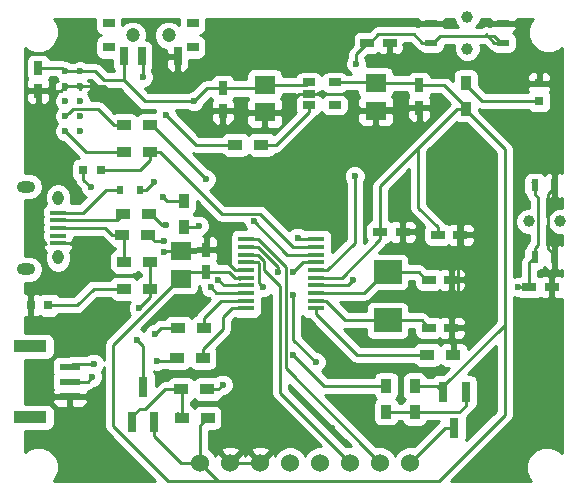
<source format=gbr>
G04 #@! TF.FileFunction,Copper,L1,Top,Signal*
%FSLAX46Y46*%
G04 Gerber Fmt 4.6, Leading zero omitted, Abs format (unit mm)*
G04 Created by KiCad (PCBNEW 4.0.4-stable) date 10/24/16 21:05:07*
%MOMM*%
%LPD*%
G01*
G04 APERTURE LIST*
%ADD10C,0.100000*%
%ADD11C,1.524000*%
%ADD12R,1.800000X0.600000*%
%ADD13R,2.800000X1.000000*%
%ADD14R,1.200000X0.750000*%
%ADD15R,1.800860X1.549400*%
%ADD16R,0.750000X1.200000*%
%ADD17R,0.797560X0.797560*%
%ADD18R,0.600000X0.800000*%
%ADD19R,1.350000X0.400000*%
%ADD20O,0.950000X1.250000*%
%ADD21O,1.550000X1.000000*%
%ADD22R,0.800100X1.800860*%
%ADD23R,0.900000X1.200000*%
%ADD24R,1.200000X0.900000*%
%ADD25R,1.000000X0.800000*%
%ADD26C,1.200000*%
%ADD27R,0.700000X1.500000*%
%ADD28R,0.600000X1.000000*%
%ADD29C,1.000000*%
%ADD30R,1.000000X0.600000*%
%ADD31R,1.060000X0.650000*%
%ADD32R,1.450000X0.450000*%
%ADD33R,2.400000X2.000000*%
%ADD34C,0.600000*%
%ADD35C,0.250000*%
%ADD36C,0.280000*%
%ADD37C,0.254000*%
G04 APERTURE END LIST*
D10*
D11*
X100076000Y-117729000D03*
X102616000Y-117729000D03*
X105156000Y-117729000D03*
X107696000Y-117729000D03*
X110236000Y-117729000D03*
X112776000Y-117729000D03*
X115316000Y-117729000D03*
X117856000Y-117729000D03*
D12*
X89051000Y-109621000D03*
X89051000Y-110871000D03*
X89051000Y-112121000D03*
D13*
X85701000Y-113871000D03*
X85701000Y-107871000D03*
D14*
X127955000Y-102870000D03*
X129855000Y-102870000D03*
X114239000Y-82169000D03*
X116139000Y-82169000D03*
D15*
X105537000Y-85725000D03*
X105537000Y-88077040D03*
D16*
X86360000Y-84333000D03*
X86360000Y-86233000D03*
X100584000Y-101600000D03*
X100584000Y-99700000D03*
D14*
X119446000Y-106299000D03*
X121346000Y-106299000D03*
X119446000Y-102235000D03*
X121346000Y-102235000D03*
D15*
X114935000Y-85564980D03*
X114935000Y-87917020D03*
D14*
X115316000Y-98171000D03*
X117216000Y-98171000D03*
D15*
X98425000Y-102141020D03*
X98425000Y-99788980D03*
D14*
X120208000Y-98425000D03*
X122108000Y-98425000D03*
D16*
X118618000Y-85791000D03*
X118618000Y-87691000D03*
X101981000Y-86045000D03*
X101981000Y-87945000D03*
D17*
X128778000Y-87109300D03*
X128778000Y-85610700D03*
X90195400Y-92964000D03*
X91694000Y-92964000D03*
X87223600Y-104394000D03*
X85725000Y-104394000D03*
D18*
X94996000Y-94615000D03*
X93296000Y-94615000D03*
D19*
X88044000Y-96546000D03*
X88044000Y-97196000D03*
X88044000Y-97846000D03*
X88044000Y-98496000D03*
X88044000Y-99146000D03*
D20*
X88044000Y-95346000D03*
X88044000Y-100346000D03*
D21*
X85344000Y-94346000D03*
X85344000Y-101346000D03*
D22*
X122550000Y-111760000D03*
X120650000Y-111760000D03*
X121600000Y-114762280D03*
X94300000Y-114300000D03*
X96200000Y-114300000D03*
X95250000Y-111297720D03*
D23*
X122555000Y-87757000D03*
X122555000Y-85557000D03*
D24*
X103040000Y-90805000D03*
X105240000Y-90805000D03*
D23*
X118237000Y-111252000D03*
X118237000Y-113452000D03*
X115824000Y-111211000D03*
X115824000Y-113411000D03*
D24*
X119296000Y-108585000D03*
X121496000Y-108585000D03*
X98214000Y-106299000D03*
X100414000Y-106299000D03*
X98087000Y-108839000D03*
X100287000Y-108839000D03*
X100668000Y-111506000D03*
X98468000Y-111506000D03*
X98511000Y-113919000D03*
X100711000Y-113919000D03*
X93642000Y-89154000D03*
X95842000Y-89154000D03*
X93642000Y-91440000D03*
X95842000Y-91440000D03*
X93642000Y-100711000D03*
X95842000Y-100711000D03*
D23*
X98679000Y-97790000D03*
X98679000Y-95590000D03*
D24*
X93558000Y-96647000D03*
X95758000Y-96647000D03*
X93472000Y-98425000D03*
X95672000Y-98425000D03*
X95799000Y-102997000D03*
X93599000Y-102997000D03*
D25*
X92329000Y-80518000D03*
X92329000Y-82550000D03*
X99441000Y-82550000D03*
D26*
X97409000Y-81534000D03*
X94361000Y-81534000D03*
D27*
X95123000Y-83312000D03*
X93599000Y-83312000D03*
X98171000Y-83312000D03*
D25*
X99441000Y-80518000D03*
D28*
X130048000Y-100330000D03*
X128397000Y-100330000D03*
X130048000Y-94234000D03*
X128397000Y-94234000D03*
D29*
X130556000Y-97282000D03*
X127889000Y-97282000D03*
D30*
X125730000Y-80518000D03*
X125730000Y-82169000D03*
X119634000Y-80518000D03*
X119634000Y-82169000D03*
D29*
X122682000Y-80010000D03*
X122682000Y-82677000D03*
D31*
X109263000Y-85537000D03*
X109263000Y-86487000D03*
X109263000Y-87437000D03*
X111463000Y-87437000D03*
X111463000Y-85537000D03*
D32*
X109884000Y-104652000D03*
X109884000Y-104002000D03*
X109884000Y-103352000D03*
X109884000Y-102702000D03*
X109884000Y-102052000D03*
X109884000Y-101402000D03*
X109884000Y-100752000D03*
X109884000Y-100102000D03*
X109884000Y-99452000D03*
X109884000Y-98802000D03*
X103984000Y-98802000D03*
X103984000Y-99452000D03*
X103984000Y-100102000D03*
X103984000Y-100752000D03*
X103984000Y-101402000D03*
X103984000Y-102052000D03*
X103984000Y-102702000D03*
X103984000Y-103352000D03*
X103984000Y-104002000D03*
X103984000Y-104652000D03*
D33*
X115951000Y-105682000D03*
X115951000Y-101582000D03*
D34*
X88646000Y-84582000D03*
X89916000Y-84582000D03*
X88646000Y-85852000D03*
X89916000Y-85852000D03*
X88646000Y-87122000D03*
X89916000Y-87122000D03*
X88646000Y-88392000D03*
X89916000Y-88392000D03*
X88646000Y-89662000D03*
X89916000Y-89662000D03*
X127000000Y-102870000D03*
X113030000Y-102235000D03*
X97536000Y-104648000D03*
X123952000Y-111252000D03*
X97028000Y-83312000D03*
X92964000Y-86868000D03*
X111252000Y-114808000D03*
X113792000Y-114300000D03*
X114808000Y-109728000D03*
X122428000Y-89916000D03*
X121920000Y-104140000D03*
X90805000Y-112395000D03*
X103505000Y-87945000D03*
X120015000Y-88265000D03*
X97042972Y-99883171D03*
X118618000Y-80518000D03*
X116459000Y-83312000D03*
X90043000Y-99187000D03*
X113284000Y-83947000D03*
X113157000Y-93472000D03*
X99568000Y-87122000D03*
X96139000Y-93980000D03*
X99949000Y-97663000D03*
X90805000Y-94361000D03*
X96901000Y-95250000D03*
X91059000Y-109347000D03*
X96266000Y-106807000D03*
X96393000Y-109093000D03*
X90932000Y-110490000D03*
X94742000Y-107315000D03*
X94869000Y-104648000D03*
X95250000Y-85090000D03*
X97155000Y-88265000D03*
X107950000Y-108585000D03*
X105410000Y-102870000D03*
X101981000Y-111125000D03*
X108331000Y-98679000D03*
X100584000Y-93726000D03*
X104648000Y-97282000D03*
X97190220Y-97625763D03*
X101600000Y-102235000D03*
X97025607Y-98981920D03*
X100965000Y-102870000D03*
X107950000Y-101600000D03*
X107950000Y-103505000D03*
X109855000Y-109220000D03*
X106680000Y-101600000D03*
D35*
X127955000Y-102870000D02*
X127955000Y-100772000D01*
X127955000Y-100772000D02*
X128397000Y-100330000D01*
X127000000Y-102870000D02*
X127955000Y-102870000D01*
X128397000Y-100330000D02*
X128397000Y-99580000D01*
X128397000Y-99580000D02*
X128714001Y-99262999D01*
X128714001Y-99262999D02*
X128714001Y-95301001D01*
X128714001Y-95301001D02*
X128397000Y-94984000D01*
X128397000Y-94984000D02*
X128397000Y-94234000D01*
X111999246Y-102702000D02*
X112563000Y-102702000D01*
X112563000Y-102702000D02*
X113030000Y-102235000D01*
X109884000Y-102702000D02*
X111999246Y-102702000D01*
X128143000Y-93980000D02*
X128397000Y-94234000D01*
X105156000Y-117729000D02*
X102616000Y-117729000D01*
X97028000Y-83312000D02*
X98171000Y-83312000D01*
X89916000Y-85852000D02*
X91948000Y-85852000D01*
X91948000Y-85852000D02*
X92964000Y-86868000D01*
X121920000Y-104140000D02*
X121920000Y-90424000D01*
X121920000Y-90424000D02*
X122428000Y-89916000D01*
X121346000Y-106299000D02*
X121346000Y-104714000D01*
X121346000Y-104714000D02*
X121920000Y-104140000D01*
X89051000Y-112121000D02*
X90531000Y-112121000D01*
X90531000Y-112121000D02*
X90805000Y-112395000D01*
X130048000Y-100330000D02*
X130048000Y-100130000D01*
X130048000Y-100130000D02*
X129498000Y-99580000D01*
X129498000Y-99580000D02*
X129498000Y-94984000D01*
X129498000Y-94984000D02*
X130048000Y-94434000D01*
X130048000Y-94434000D02*
X130048000Y-94234000D01*
X103505000Y-87945000D02*
X105404960Y-87945000D01*
X101981000Y-87945000D02*
X103505000Y-87945000D01*
X105404960Y-87945000D02*
X105537000Y-88077040D01*
X114935000Y-87917020D02*
X113784570Y-87917020D01*
X113784570Y-87917020D02*
X112354550Y-86487000D01*
X112354550Y-86487000D02*
X110043000Y-86487000D01*
X110043000Y-86487000D02*
X109263000Y-86487000D01*
X118618000Y-87691000D02*
X119441000Y-87691000D01*
X119441000Y-87691000D02*
X120015000Y-88265000D01*
X118618000Y-87691000D02*
X115161020Y-87691000D01*
X115161020Y-87691000D02*
X114935000Y-87917020D01*
X97137163Y-99788980D02*
X97042972Y-99883171D01*
X98425000Y-99788980D02*
X97137163Y-99788980D01*
X100584000Y-99700000D02*
X98513980Y-99700000D01*
X98513980Y-99700000D02*
X98425000Y-99788980D01*
X101209000Y-99700000D02*
X100584000Y-99700000D01*
X101293411Y-99700000D02*
X101209000Y-99700000D01*
X102995411Y-101402000D02*
X101293411Y-99700000D01*
X103984000Y-101402000D02*
X102995411Y-101402000D01*
X118618000Y-80518000D02*
X119634000Y-80518000D01*
X116139000Y-82169000D02*
X116139000Y-82992000D01*
X116139000Y-82992000D02*
X116459000Y-83312000D01*
X109263000Y-86487000D02*
X108483000Y-86487000D01*
X108483000Y-86487000D02*
X106892960Y-88077040D01*
X106892960Y-88077040D02*
X105537000Y-88077040D01*
X90043000Y-85852000D02*
X89916000Y-85852000D01*
X88646000Y-85852000D02*
X90043000Y-85852000D01*
X86360000Y-86233000D02*
X88265000Y-86233000D01*
X88265000Y-86233000D02*
X88646000Y-85852000D01*
X88044000Y-99146000D02*
X90002000Y-99146000D01*
X90002000Y-99146000D02*
X90043000Y-99187000D01*
X119634000Y-82169000D02*
X118884000Y-82169000D01*
X118884000Y-82169000D02*
X118183999Y-81468999D01*
X114464000Y-82169000D02*
X114239000Y-82169000D01*
X118183999Y-81468999D02*
X115164001Y-81468999D01*
X115164001Y-81468999D02*
X114464000Y-82169000D01*
X125730000Y-82169000D02*
X125530000Y-82169000D01*
X125530000Y-82169000D02*
X124980000Y-81619000D01*
X124980000Y-81619000D02*
X120384000Y-81619000D01*
X120384000Y-81619000D02*
X119834000Y-82169000D01*
X119834000Y-82169000D02*
X119634000Y-82169000D01*
X109884000Y-101402000D02*
X110859000Y-101402000D01*
X110859000Y-101402000D02*
X113157000Y-99104000D01*
X113157000Y-99104000D02*
X113157000Y-93896264D01*
X113157000Y-93896264D02*
X113157000Y-93472000D01*
X124279999Y-81468999D02*
X124980000Y-82169000D01*
X124980000Y-82169000D02*
X125730000Y-82169000D01*
X113284000Y-83947000D02*
X113284000Y-83124000D01*
X113284000Y-83124000D02*
X114239000Y-82169000D01*
D36*
X86360000Y-84333000D02*
X88397000Y-84333000D01*
X88397000Y-84333000D02*
X88646000Y-84582000D01*
X89916000Y-84582000D02*
X88646000Y-84582000D01*
X91948000Y-85344000D02*
X91186000Y-84582000D01*
X91186000Y-84582000D02*
X89916000Y-84582000D01*
X93599000Y-85344000D02*
X91948000Y-85344000D01*
X95377000Y-87122000D02*
X93599000Y-85344000D01*
X93599000Y-85344000D02*
X93599000Y-83312000D01*
X99568000Y-87122000D02*
X95377000Y-87122000D01*
X105537000Y-85725000D02*
X109075000Y-85725000D01*
X109075000Y-85725000D02*
X109263000Y-85537000D01*
X101981000Y-86045000D02*
X105217000Y-86045000D01*
X105217000Y-86045000D02*
X105537000Y-85725000D01*
X99568000Y-87122000D02*
X100645000Y-86045000D01*
X100645000Y-86045000D02*
X101981000Y-86045000D01*
X101981000Y-86270000D02*
X101981000Y-86045000D01*
X94996000Y-94615000D02*
X95504000Y-94615000D01*
X95504000Y-94615000D02*
X96139000Y-93980000D01*
D35*
X125857000Y-91209000D02*
X125857000Y-105410000D01*
X125857000Y-105410000D02*
X125857000Y-106553000D01*
X120650000Y-111760000D02*
X120650000Y-111259620D01*
X120650000Y-111259620D02*
X125857000Y-106052620D01*
X125857000Y-106052620D02*
X125857000Y-105410000D01*
X120142000Y-111252000D02*
X120650000Y-111760000D01*
X118237000Y-111252000D02*
X120142000Y-111252000D01*
X92710000Y-107730290D02*
X92710000Y-114595482D01*
X92710000Y-114595482D02*
X97367518Y-119253000D01*
X97367518Y-119253000D02*
X102362000Y-119253000D01*
X98299270Y-102141020D02*
X92710000Y-107730290D01*
X96200000Y-114300000D02*
X96200000Y-115450430D01*
X96200000Y-115450430D02*
X98478570Y-117729000D01*
X98478570Y-117729000D02*
X98998370Y-117729000D01*
X98998370Y-117729000D02*
X100076000Y-117729000D01*
X109884000Y-102052000D02*
X112060000Y-102052000D01*
X112060000Y-102052000D02*
X115316000Y-98796000D01*
X115316000Y-98796000D02*
X115316000Y-98171000D01*
X100584000Y-101600000D02*
X98966020Y-101600000D01*
X98966020Y-101600000D02*
X98425000Y-102141020D01*
X103984000Y-102052000D02*
X103009000Y-102052000D01*
X103009000Y-102052000D02*
X102557000Y-101600000D01*
X101209000Y-101600000D02*
X100584000Y-101600000D01*
X102557000Y-101600000D02*
X101209000Y-101600000D01*
X98425000Y-102141020D02*
X98550730Y-102141020D01*
X98299270Y-102141020D02*
X98425000Y-102141020D01*
X109884000Y-102052000D02*
X110650585Y-102052000D01*
X125857000Y-106553000D02*
X125857000Y-113665000D01*
X125857000Y-107302570D02*
X125857000Y-106553000D01*
X115316000Y-94296000D02*
X118553000Y-91059000D01*
X118553000Y-91059000D02*
X121855000Y-87757000D01*
X120208000Y-98425000D02*
X120208000Y-97800000D01*
X120208000Y-97800000D02*
X118553000Y-96145000D01*
X118553000Y-96145000D02*
X118553000Y-91059000D01*
X115316000Y-98171000D02*
X115316000Y-94296000D01*
X121855000Y-87757000D02*
X122555000Y-87757000D01*
X98679000Y-97790000D02*
X99822000Y-97790000D01*
X99822000Y-97790000D02*
X99949000Y-97663000D01*
X103984000Y-102052000D02*
X103434000Y-102052000D01*
X103434000Y-102052000D02*
X103334001Y-102151999D01*
X100076000Y-117729000D02*
X100076000Y-114554000D01*
X100076000Y-114554000D02*
X100711000Y-113919000D01*
X100246000Y-117559000D02*
X100076000Y-117729000D01*
X104267000Y-119253000D02*
X102362000Y-119253000D01*
X100076000Y-117729000D02*
X101600000Y-119253000D01*
X101600000Y-119253000D02*
X102362000Y-119253000D01*
X120269000Y-119253000D02*
X104267000Y-119253000D01*
X102531238Y-119253000D02*
X104267000Y-119253000D01*
X122555000Y-87757000D02*
X122555000Y-87907000D01*
X122555000Y-87907000D02*
X125857000Y-91209000D01*
X118618000Y-85791000D02*
X120739000Y-85791000D01*
X120739000Y-85791000D02*
X122555000Y-87607000D01*
X122555000Y-87607000D02*
X122555000Y-87757000D01*
X125857000Y-113665000D02*
X120269000Y-119253000D01*
X114935000Y-85564980D02*
X118391980Y-85564980D01*
X118391980Y-85564980D02*
X118618000Y-85791000D01*
X111463000Y-85537000D02*
X114907020Y-85537000D01*
X114907020Y-85537000D02*
X114935000Y-85564980D01*
X114501000Y-105682000D02*
X115951000Y-105682000D01*
X112371352Y-105682000D02*
X114501000Y-105682000D01*
X110691352Y-104002000D02*
X112371352Y-105682000D01*
X109884000Y-104002000D02*
X110691352Y-104002000D01*
X115951000Y-105682000D02*
X118829000Y-105682000D01*
X118829000Y-105682000D02*
X119446000Y-106299000D01*
X115951000Y-101582000D02*
X118568000Y-101582000D01*
X118568000Y-101582000D02*
X119221000Y-102235000D01*
X119221000Y-102235000D02*
X119446000Y-102235000D01*
X109884000Y-103352000D02*
X113981000Y-103352000D01*
X113981000Y-103352000D02*
X115751000Y-101582000D01*
X115751000Y-101582000D02*
X115951000Y-101582000D01*
X128778000Y-87109300D02*
X123957300Y-87109300D01*
X123957300Y-87109300D02*
X122555000Y-85707000D01*
X122555000Y-85707000D02*
X122555000Y-85557000D01*
X90195400Y-92964000D02*
X90195400Y-93751400D01*
X90195400Y-93751400D02*
X90805000Y-94361000D01*
X98679000Y-95590000D02*
X97241000Y-95590000D01*
X97241000Y-95590000D02*
X96901000Y-95250000D01*
X105156000Y-96647000D02*
X107961000Y-99452000D01*
X107961000Y-99452000D02*
X109884000Y-99452000D01*
X101899000Y-96647000D02*
X105156000Y-96647000D01*
X95842000Y-91440000D02*
X96692000Y-91440000D01*
X96692000Y-91440000D02*
X101899000Y-96647000D01*
X91694000Y-92964000D02*
X95018000Y-92964000D01*
X95018000Y-92964000D02*
X95842000Y-92140000D01*
X95842000Y-92140000D02*
X95842000Y-91440000D01*
X91059000Y-102997000D02*
X89662000Y-104394000D01*
X89662000Y-104394000D02*
X87223600Y-104394000D01*
X93599000Y-102997000D02*
X91059000Y-102997000D01*
D36*
X90144000Y-96546000D02*
X92075000Y-94615000D01*
X92075000Y-94615000D02*
X93296000Y-94615000D01*
X88044000Y-96546000D02*
X90144000Y-96546000D01*
D35*
X89281000Y-109347000D02*
X89281000Y-109391000D01*
X89281000Y-109391000D02*
X89051000Y-109621000D01*
X91059000Y-109347000D02*
X89281000Y-109347000D01*
X98214000Y-106299000D02*
X96774000Y-106299000D01*
X96774000Y-106299000D02*
X96266000Y-106807000D01*
X96393000Y-109093000D02*
X97833000Y-109093000D01*
X97833000Y-109093000D02*
X98087000Y-108839000D01*
X89051000Y-110871000D02*
X90551000Y-110871000D01*
X90551000Y-110871000D02*
X90932000Y-110490000D01*
X88044000Y-97196000D02*
X93009000Y-97196000D01*
X93009000Y-97196000D02*
X93558000Y-96647000D01*
X93472000Y-98425000D02*
X92622000Y-98425000D01*
X92622000Y-98425000D02*
X92043000Y-97846000D01*
X92043000Y-97846000D02*
X88969000Y-97846000D01*
X88969000Y-97846000D02*
X88044000Y-97846000D01*
X93642000Y-100711000D02*
X93642000Y-98595000D01*
X93642000Y-98595000D02*
X93472000Y-98425000D01*
X121600000Y-114762280D02*
X120822720Y-114762280D01*
X120822720Y-114762280D02*
X117856000Y-117729000D01*
X95250000Y-111297720D02*
X95250000Y-107823000D01*
X95250000Y-107823000D02*
X94742000Y-107315000D01*
X95799000Y-102997000D02*
X95799000Y-100754000D01*
X95799000Y-100754000D02*
X95842000Y-100711000D01*
X95799000Y-102997000D02*
X95799000Y-103718000D01*
X95799000Y-103718000D02*
X94869000Y-104648000D01*
X95250000Y-85090000D02*
X95250000Y-83439000D01*
X95250000Y-83439000D02*
X95123000Y-83312000D01*
X103040000Y-90805000D02*
X99695000Y-90805000D01*
X99695000Y-90805000D02*
X97155000Y-88265000D01*
X109263000Y-87437000D02*
X109263000Y-88012000D01*
X109263000Y-88012000D02*
X106470000Y-90805000D01*
X106470000Y-90805000D02*
X106090000Y-90805000D01*
X106090000Y-90805000D02*
X105240000Y-90805000D01*
X115824000Y-111211000D02*
X110576000Y-111211000D01*
X110576000Y-111211000D02*
X107950000Y-108585000D01*
X103984000Y-100752000D02*
X104959000Y-100752000D01*
X105034001Y-100827001D02*
X105034001Y-102494001D01*
X104959000Y-100752000D02*
X105034001Y-100827001D01*
X105034001Y-102494001D02*
X105410000Y-102870000D01*
X115738000Y-111125000D02*
X115824000Y-111211000D01*
X109884000Y-104652000D02*
X109884000Y-105127000D01*
X109884000Y-105127000D02*
X113342000Y-108585000D01*
X113342000Y-108585000D02*
X118446000Y-108585000D01*
X118446000Y-108585000D02*
X119296000Y-108585000D01*
X101865000Y-104002000D02*
X100414000Y-105453000D01*
X100414000Y-105453000D02*
X100414000Y-106299000D01*
X103984000Y-104002000D02*
X101865000Y-104002000D01*
X100414000Y-106299000D02*
X100564000Y-106299000D01*
X101981000Y-105410000D02*
X102739000Y-104652000D01*
X102739000Y-104652000D02*
X103984000Y-104652000D01*
X101981000Y-106445000D02*
X101981000Y-105410000D01*
X103484000Y-104652000D02*
X103984000Y-104652000D01*
X100287000Y-108839000D02*
X100287000Y-108139000D01*
X100287000Y-108139000D02*
X101981000Y-106445000D01*
X100287000Y-108839000D02*
X100437000Y-108839000D01*
X109884000Y-98802000D02*
X108454000Y-98802000D01*
X108454000Y-98802000D02*
X108331000Y-98679000D01*
X100668000Y-111506000D02*
X101600000Y-111506000D01*
X101600000Y-111506000D02*
X101981000Y-111125000D01*
X93642000Y-89154000D02*
X92792000Y-89154000D01*
X92792000Y-89154000D02*
X91404999Y-87766999D01*
X91404999Y-87766999D02*
X89271001Y-87766999D01*
X89271001Y-87766999D02*
X88945999Y-88092001D01*
X88945999Y-88092001D02*
X88646000Y-88392000D01*
X104648000Y-97282000D02*
X107468000Y-100102000D01*
X107468000Y-100102000D02*
X109884000Y-100102000D01*
X100584000Y-93726000D02*
X96012000Y-89154000D01*
X96012000Y-89154000D02*
X95842000Y-89154000D01*
X93642000Y-91440000D02*
X90424000Y-91440000D01*
X90424000Y-91440000D02*
X88646000Y-89662000D01*
X103984000Y-102702000D02*
X102067000Y-102702000D01*
X102067000Y-102702000D02*
X101600000Y-102235000D01*
X95908000Y-96647000D02*
X96886763Y-97625763D01*
X95758000Y-96647000D02*
X95908000Y-96647000D01*
X96886763Y-97625763D02*
X97190220Y-97625763D01*
X103984000Y-103352000D02*
X103984000Y-103252001D01*
X97025607Y-98981920D02*
X96228920Y-98981920D01*
X96228920Y-98981920D02*
X95672000Y-98425000D01*
X103984000Y-103352000D02*
X101447000Y-103352000D01*
X101447000Y-103352000D02*
X100965000Y-102870000D01*
X108798000Y-100752000D02*
X107950000Y-101600000D01*
X109884000Y-100752000D02*
X108798000Y-100752000D01*
X109855000Y-109220000D02*
X107950000Y-107315000D01*
X107950000Y-107315000D02*
X107950000Y-103505000D01*
X103984000Y-99452000D02*
X104959000Y-99452000D01*
X104959000Y-99452000D02*
X106680000Y-101173000D01*
X106680000Y-101173000D02*
X106680000Y-101600000D01*
X112014001Y-116967001D02*
X112776000Y-117729000D01*
X106874988Y-111827988D02*
X112014001Y-116967001D01*
X106874988Y-102774984D02*
X106874988Y-111827988D01*
X105484012Y-101384008D02*
X106874988Y-102774984D01*
X105484012Y-100627012D02*
X105484012Y-101384008D01*
X104959000Y-100102000D02*
X105484012Y-100627012D01*
X103984000Y-100102000D02*
X104959000Y-100102000D01*
X107324998Y-101167998D02*
X107324998Y-109737998D01*
X104959000Y-98802000D02*
X107324998Y-101167998D01*
X114554001Y-116967001D02*
X115316000Y-117729000D01*
X107324998Y-109737998D02*
X114554001Y-116967001D01*
X103984000Y-98802000D02*
X104959000Y-98802000D01*
X122550000Y-111760000D02*
X122550000Y-112910430D01*
X122550000Y-112910430D02*
X122008430Y-113452000D01*
X122008430Y-113452000D02*
X118937000Y-113452000D01*
X118937000Y-113452000D02*
X118237000Y-113452000D01*
X118237000Y-113452000D02*
X115865000Y-113452000D01*
X115865000Y-113452000D02*
X115824000Y-113411000D01*
X118237000Y-113302000D02*
X118237000Y-113452000D01*
X98468000Y-111506000D02*
X97094000Y-111506000D01*
X97094000Y-111506000D02*
X95450430Y-113149570D01*
X95450430Y-113149570D02*
X94950050Y-113149570D01*
X94950050Y-113149570D02*
X94300000Y-113799620D01*
X94300000Y-113799620D02*
X94300000Y-114300000D01*
X98511000Y-113919000D02*
X98511000Y-111549000D01*
X98511000Y-111549000D02*
X98468000Y-111506000D01*
X98107140Y-113515140D02*
X98511000Y-113919000D01*
D37*
G36*
X91181560Y-80918000D02*
X91225838Y-81153317D01*
X91364910Y-81369441D01*
X91577110Y-81514431D01*
X91668045Y-81532846D01*
X91593683Y-81546838D01*
X91377559Y-81685910D01*
X91232569Y-81898110D01*
X91181560Y-82150000D01*
X91181560Y-82950000D01*
X91225838Y-83185317D01*
X91364910Y-83401441D01*
X91577110Y-83546431D01*
X91829000Y-83597440D01*
X92601560Y-83597440D01*
X92601560Y-84062000D01*
X92645838Y-84297317D01*
X92784910Y-84513441D01*
X92824000Y-84540150D01*
X92824000Y-84569000D01*
X92269016Y-84569000D01*
X91734008Y-84033992D01*
X91482580Y-83865993D01*
X91186000Y-83807000D01*
X90463489Y-83807000D01*
X90446327Y-83789808D01*
X90102799Y-83647162D01*
X89730833Y-83646838D01*
X89387057Y-83788883D01*
X89368908Y-83807000D01*
X89193489Y-83807000D01*
X89176327Y-83789808D01*
X88832799Y-83647162D01*
X88738608Y-83647080D01*
X88693580Y-83616993D01*
X88397000Y-83558000D01*
X87349511Y-83558000D01*
X87338162Y-83497683D01*
X87199090Y-83281559D01*
X86986890Y-83136569D01*
X86735000Y-83085560D01*
X85985000Y-83085560D01*
X85749683Y-83129838D01*
X85533559Y-83268910D01*
X85388569Y-83481110D01*
X85337560Y-83733000D01*
X85337560Y-84933000D01*
X85381838Y-85168317D01*
X85448329Y-85271646D01*
X85446673Y-85273302D01*
X85350000Y-85506691D01*
X85350000Y-85947250D01*
X85508750Y-86106000D01*
X86233000Y-86106000D01*
X86233000Y-86086000D01*
X86487000Y-86086000D01*
X86487000Y-86106000D01*
X87211250Y-86106000D01*
X87370000Y-85947250D01*
X87370000Y-85506691D01*
X87273327Y-85273302D01*
X87271957Y-85271932D01*
X87331431Y-85184890D01*
X87347002Y-85108000D01*
X87851667Y-85108000D01*
X87852883Y-85110943D01*
X87947549Y-85205775D01*
X87883858Y-85269466D01*
X88001573Y-85387181D01*
X87806975Y-85399393D01*
X87697637Y-85754927D01*
X87732678Y-86125239D01*
X87806975Y-86304607D01*
X88001573Y-86316819D01*
X87883858Y-86434534D01*
X87947484Y-86498160D01*
X87853808Y-86591673D01*
X87711162Y-86935201D01*
X87710838Y-87307167D01*
X87852883Y-87650943D01*
X87958710Y-87756954D01*
X87853808Y-87861673D01*
X87711162Y-88205201D01*
X87710838Y-88577167D01*
X87852883Y-88920943D01*
X87958710Y-89026954D01*
X87853808Y-89131673D01*
X87711162Y-89475201D01*
X87710838Y-89847167D01*
X87852883Y-90190943D01*
X88115673Y-90454192D01*
X88459201Y-90596838D01*
X88506077Y-90596879D01*
X89826978Y-91917780D01*
X89796620Y-91917780D01*
X89561303Y-91962058D01*
X89345179Y-92101130D01*
X89200189Y-92313330D01*
X89149180Y-92565220D01*
X89149180Y-93362780D01*
X89193458Y-93598097D01*
X89332530Y-93814221D01*
X89466042Y-93905446D01*
X89493252Y-94042239D01*
X89657999Y-94288801D01*
X89869878Y-94500680D01*
X89869838Y-94546167D01*
X90011883Y-94889943D01*
X90274673Y-95153192D01*
X90392052Y-95201932D01*
X89822984Y-95771000D01*
X89104209Y-95771000D01*
X89154000Y-95520685D01*
X89154000Y-95171315D01*
X89069506Y-94746536D01*
X88828889Y-94386426D01*
X88468779Y-94145809D01*
X88044000Y-94061315D01*
X87619221Y-94145809D01*
X87259111Y-94386426D01*
X87018494Y-94746536D01*
X86934000Y-95171315D01*
X86934000Y-95520685D01*
X86995833Y-95831542D01*
X86917559Y-95881910D01*
X86772569Y-96094110D01*
X86721560Y-96346000D01*
X86721560Y-96746000D01*
X86745944Y-96875589D01*
X86721560Y-96996000D01*
X86721560Y-97396000D01*
X86745944Y-97525589D01*
X86721560Y-97646000D01*
X86721560Y-98046000D01*
X86745944Y-98175589D01*
X86721560Y-98296000D01*
X86721560Y-98696000D01*
X86741450Y-98801705D01*
X86734000Y-98819690D01*
X86734000Y-98887250D01*
X86763004Y-98916254D01*
X86765838Y-98931317D01*
X86904910Y-99147441D01*
X87049156Y-99246000D01*
X86892750Y-99246000D01*
X86734000Y-99404750D01*
X86734000Y-99472310D01*
X86830673Y-99705699D01*
X86994108Y-99869133D01*
X86934000Y-100171315D01*
X86934000Y-100520685D01*
X87018494Y-100945464D01*
X87259111Y-101305574D01*
X87619221Y-101546191D01*
X88044000Y-101630685D01*
X88468779Y-101546191D01*
X88828889Y-101305574D01*
X89069506Y-100945464D01*
X89154000Y-100520685D01*
X89154000Y-100171315D01*
X89093892Y-99869133D01*
X89257327Y-99705699D01*
X89354000Y-99472310D01*
X89354000Y-99404750D01*
X89195250Y-99246000D01*
X89036933Y-99246000D01*
X89170441Y-99160090D01*
X89315431Y-98947890D01*
X89321035Y-98920215D01*
X89354000Y-98887250D01*
X89354000Y-98819690D01*
X89345532Y-98799247D01*
X89366440Y-98696000D01*
X89366440Y-98606000D01*
X91728198Y-98606000D01*
X92084599Y-98962401D01*
X92263498Y-99081937D01*
X92268838Y-99110317D01*
X92407910Y-99326441D01*
X92620110Y-99471431D01*
X92872000Y-99522440D01*
X92882000Y-99522440D01*
X92882000Y-99643666D01*
X92806683Y-99657838D01*
X92590559Y-99796910D01*
X92445569Y-100009110D01*
X92394560Y-100261000D01*
X92394560Y-101161000D01*
X92438838Y-101396317D01*
X92577910Y-101612441D01*
X92790110Y-101757431D01*
X93042000Y-101808440D01*
X94242000Y-101808440D01*
X94477317Y-101764162D01*
X94693441Y-101625090D01*
X94741134Y-101555289D01*
X94777910Y-101612441D01*
X94990110Y-101757431D01*
X95039000Y-101767331D01*
X95039000Y-101929666D01*
X94963683Y-101943838D01*
X94747559Y-102082910D01*
X94699866Y-102152711D01*
X94663090Y-102095559D01*
X94450890Y-101950569D01*
X94199000Y-101899560D01*
X92999000Y-101899560D01*
X92763683Y-101943838D01*
X92547559Y-102082910D01*
X92442274Y-102237000D01*
X91059000Y-102237000D01*
X90768160Y-102294852D01*
X90521599Y-102459599D01*
X89347198Y-103634000D01*
X88144526Y-103634000D01*
X88086470Y-103543779D01*
X87874270Y-103398789D01*
X87622380Y-103347780D01*
X86824820Y-103347780D01*
X86589503Y-103392058D01*
X86485541Y-103458956D01*
X86483478Y-103456893D01*
X86250089Y-103360220D01*
X86010750Y-103360220D01*
X85852000Y-103518970D01*
X85852000Y-104267000D01*
X85872000Y-104267000D01*
X85872000Y-104521000D01*
X85852000Y-104521000D01*
X85852000Y-105269030D01*
X86010750Y-105427780D01*
X86250089Y-105427780D01*
X86483478Y-105331107D01*
X86485270Y-105329315D01*
X86572930Y-105389211D01*
X86824820Y-105440220D01*
X87622380Y-105440220D01*
X87857697Y-105395942D01*
X88073821Y-105256870D01*
X88144109Y-105154000D01*
X89662000Y-105154000D01*
X89952839Y-105096148D01*
X90199401Y-104931401D01*
X91373802Y-103757000D01*
X92443895Y-103757000D01*
X92534910Y-103898441D01*
X92747110Y-104043431D01*
X92999000Y-104094440D01*
X94100082Y-104094440D01*
X94076808Y-104117673D01*
X93934162Y-104461201D01*
X93933838Y-104833167D01*
X94075883Y-105176943D01*
X94132165Y-105233323D01*
X92172599Y-107192889D01*
X92007852Y-107439451D01*
X91950000Y-107730290D01*
X91950000Y-109054953D01*
X91852117Y-108818057D01*
X91589327Y-108554808D01*
X91245799Y-108412162D01*
X90873833Y-108411838D01*
X90530057Y-108553883D01*
X90496882Y-108587000D01*
X89281000Y-108587000D01*
X88990161Y-108644852D01*
X88947196Y-108673560D01*
X88151000Y-108673560D01*
X87915683Y-108717838D01*
X87699559Y-108856910D01*
X87554569Y-109069110D01*
X87503560Y-109321000D01*
X87503560Y-109921000D01*
X87547838Y-110156317D01*
X87605051Y-110245228D01*
X87554569Y-110319110D01*
X87503560Y-110571000D01*
X87503560Y-111171000D01*
X87547838Y-111406317D01*
X87601139Y-111489148D01*
X87516000Y-111694691D01*
X87516000Y-111835250D01*
X87674750Y-111994000D01*
X88924000Y-111994000D01*
X88924000Y-111974000D01*
X89178000Y-111974000D01*
X89178000Y-111994000D01*
X90427250Y-111994000D01*
X90586000Y-111835250D01*
X90586000Y-111694691D01*
X90558962Y-111629416D01*
X90841839Y-111573148D01*
X91063386Y-111425115D01*
X91117167Y-111425162D01*
X91460943Y-111283117D01*
X91724192Y-111020327D01*
X91866838Y-110676799D01*
X91867162Y-110304833D01*
X91737440Y-109990881D01*
X91851192Y-109877327D01*
X91950000Y-109639372D01*
X91950000Y-114595482D01*
X92007852Y-114886321D01*
X92172599Y-115132883D01*
X96292716Y-119253000D01*
X87670808Y-119253000D01*
X87830004Y-119094082D01*
X88094699Y-118456627D01*
X88095301Y-117766401D01*
X87831719Y-117128485D01*
X87344082Y-116639996D01*
X86706627Y-116375301D01*
X86016401Y-116374699D01*
X85378485Y-116638281D01*
X85217000Y-116799484D01*
X85217000Y-115018440D01*
X87101000Y-115018440D01*
X87336317Y-114974162D01*
X87552441Y-114835090D01*
X87697431Y-114622890D01*
X87748440Y-114371000D01*
X87748440Y-113371000D01*
X87704162Y-113135683D01*
X87565090Y-112919559D01*
X87352890Y-112774569D01*
X87101000Y-112723560D01*
X85217000Y-112723560D01*
X85217000Y-112406750D01*
X87516000Y-112406750D01*
X87516000Y-112547309D01*
X87612673Y-112780698D01*
X87791301Y-112959327D01*
X88024690Y-113056000D01*
X88765250Y-113056000D01*
X88924000Y-112897250D01*
X88924000Y-112248000D01*
X89178000Y-112248000D01*
X89178000Y-112897250D01*
X89336750Y-113056000D01*
X90077310Y-113056000D01*
X90310699Y-112959327D01*
X90489327Y-112780698D01*
X90586000Y-112547309D01*
X90586000Y-112406750D01*
X90427250Y-112248000D01*
X89178000Y-112248000D01*
X88924000Y-112248000D01*
X87674750Y-112248000D01*
X87516000Y-112406750D01*
X85217000Y-112406750D01*
X85217000Y-109018440D01*
X87101000Y-109018440D01*
X87336317Y-108974162D01*
X87552441Y-108835090D01*
X87697431Y-108622890D01*
X87748440Y-108371000D01*
X87748440Y-107371000D01*
X87704162Y-107135683D01*
X87565090Y-106919559D01*
X87352890Y-106774569D01*
X87101000Y-106723560D01*
X85217000Y-106723560D01*
X85217000Y-105427780D01*
X85439250Y-105427780D01*
X85598000Y-105269030D01*
X85598000Y-104521000D01*
X85578000Y-104521000D01*
X85578000Y-104267000D01*
X85598000Y-104267000D01*
X85598000Y-103518970D01*
X85439250Y-103360220D01*
X85217000Y-103360220D01*
X85217000Y-102481000D01*
X85646624Y-102481000D01*
X86080970Y-102394603D01*
X86449190Y-102148566D01*
X86695227Y-101780346D01*
X86781624Y-101346000D01*
X86695227Y-100911654D01*
X86449190Y-100543434D01*
X86080970Y-100297397D01*
X85646624Y-100211000D01*
X85217000Y-100211000D01*
X85217000Y-95481000D01*
X85646624Y-95481000D01*
X86080970Y-95394603D01*
X86449190Y-95148566D01*
X86695227Y-94780346D01*
X86781624Y-94346000D01*
X86695227Y-93911654D01*
X86449190Y-93543434D01*
X86080970Y-93297397D01*
X85646624Y-93211000D01*
X85217000Y-93211000D01*
X85217000Y-86518750D01*
X85350000Y-86518750D01*
X85350000Y-86959309D01*
X85446673Y-87192698D01*
X85625301Y-87371327D01*
X85858690Y-87468000D01*
X86074250Y-87468000D01*
X86233000Y-87309250D01*
X86233000Y-86360000D01*
X86487000Y-86360000D01*
X86487000Y-87309250D01*
X86645750Y-87468000D01*
X86861310Y-87468000D01*
X87094699Y-87371327D01*
X87273327Y-87192698D01*
X87370000Y-86959309D01*
X87370000Y-86518750D01*
X87211250Y-86360000D01*
X86487000Y-86360000D01*
X86233000Y-86360000D01*
X85508750Y-86360000D01*
X85350000Y-86518750D01*
X85217000Y-86518750D01*
X85217000Y-82590808D01*
X85375918Y-82750004D01*
X86013373Y-83014699D01*
X86703599Y-83015301D01*
X87341515Y-82751719D01*
X87830004Y-82264082D01*
X88094699Y-81626627D01*
X88095301Y-80936401D01*
X87831719Y-80298485D01*
X87670516Y-80137000D01*
X91181560Y-80137000D01*
X91181560Y-80918000D01*
X91181560Y-80918000D01*
G37*
X91181560Y-80918000D02*
X91225838Y-81153317D01*
X91364910Y-81369441D01*
X91577110Y-81514431D01*
X91668045Y-81532846D01*
X91593683Y-81546838D01*
X91377559Y-81685910D01*
X91232569Y-81898110D01*
X91181560Y-82150000D01*
X91181560Y-82950000D01*
X91225838Y-83185317D01*
X91364910Y-83401441D01*
X91577110Y-83546431D01*
X91829000Y-83597440D01*
X92601560Y-83597440D01*
X92601560Y-84062000D01*
X92645838Y-84297317D01*
X92784910Y-84513441D01*
X92824000Y-84540150D01*
X92824000Y-84569000D01*
X92269016Y-84569000D01*
X91734008Y-84033992D01*
X91482580Y-83865993D01*
X91186000Y-83807000D01*
X90463489Y-83807000D01*
X90446327Y-83789808D01*
X90102799Y-83647162D01*
X89730833Y-83646838D01*
X89387057Y-83788883D01*
X89368908Y-83807000D01*
X89193489Y-83807000D01*
X89176327Y-83789808D01*
X88832799Y-83647162D01*
X88738608Y-83647080D01*
X88693580Y-83616993D01*
X88397000Y-83558000D01*
X87349511Y-83558000D01*
X87338162Y-83497683D01*
X87199090Y-83281559D01*
X86986890Y-83136569D01*
X86735000Y-83085560D01*
X85985000Y-83085560D01*
X85749683Y-83129838D01*
X85533559Y-83268910D01*
X85388569Y-83481110D01*
X85337560Y-83733000D01*
X85337560Y-84933000D01*
X85381838Y-85168317D01*
X85448329Y-85271646D01*
X85446673Y-85273302D01*
X85350000Y-85506691D01*
X85350000Y-85947250D01*
X85508750Y-86106000D01*
X86233000Y-86106000D01*
X86233000Y-86086000D01*
X86487000Y-86086000D01*
X86487000Y-86106000D01*
X87211250Y-86106000D01*
X87370000Y-85947250D01*
X87370000Y-85506691D01*
X87273327Y-85273302D01*
X87271957Y-85271932D01*
X87331431Y-85184890D01*
X87347002Y-85108000D01*
X87851667Y-85108000D01*
X87852883Y-85110943D01*
X87947549Y-85205775D01*
X87883858Y-85269466D01*
X88001573Y-85387181D01*
X87806975Y-85399393D01*
X87697637Y-85754927D01*
X87732678Y-86125239D01*
X87806975Y-86304607D01*
X88001573Y-86316819D01*
X87883858Y-86434534D01*
X87947484Y-86498160D01*
X87853808Y-86591673D01*
X87711162Y-86935201D01*
X87710838Y-87307167D01*
X87852883Y-87650943D01*
X87958710Y-87756954D01*
X87853808Y-87861673D01*
X87711162Y-88205201D01*
X87710838Y-88577167D01*
X87852883Y-88920943D01*
X87958710Y-89026954D01*
X87853808Y-89131673D01*
X87711162Y-89475201D01*
X87710838Y-89847167D01*
X87852883Y-90190943D01*
X88115673Y-90454192D01*
X88459201Y-90596838D01*
X88506077Y-90596879D01*
X89826978Y-91917780D01*
X89796620Y-91917780D01*
X89561303Y-91962058D01*
X89345179Y-92101130D01*
X89200189Y-92313330D01*
X89149180Y-92565220D01*
X89149180Y-93362780D01*
X89193458Y-93598097D01*
X89332530Y-93814221D01*
X89466042Y-93905446D01*
X89493252Y-94042239D01*
X89657999Y-94288801D01*
X89869878Y-94500680D01*
X89869838Y-94546167D01*
X90011883Y-94889943D01*
X90274673Y-95153192D01*
X90392052Y-95201932D01*
X89822984Y-95771000D01*
X89104209Y-95771000D01*
X89154000Y-95520685D01*
X89154000Y-95171315D01*
X89069506Y-94746536D01*
X88828889Y-94386426D01*
X88468779Y-94145809D01*
X88044000Y-94061315D01*
X87619221Y-94145809D01*
X87259111Y-94386426D01*
X87018494Y-94746536D01*
X86934000Y-95171315D01*
X86934000Y-95520685D01*
X86995833Y-95831542D01*
X86917559Y-95881910D01*
X86772569Y-96094110D01*
X86721560Y-96346000D01*
X86721560Y-96746000D01*
X86745944Y-96875589D01*
X86721560Y-96996000D01*
X86721560Y-97396000D01*
X86745944Y-97525589D01*
X86721560Y-97646000D01*
X86721560Y-98046000D01*
X86745944Y-98175589D01*
X86721560Y-98296000D01*
X86721560Y-98696000D01*
X86741450Y-98801705D01*
X86734000Y-98819690D01*
X86734000Y-98887250D01*
X86763004Y-98916254D01*
X86765838Y-98931317D01*
X86904910Y-99147441D01*
X87049156Y-99246000D01*
X86892750Y-99246000D01*
X86734000Y-99404750D01*
X86734000Y-99472310D01*
X86830673Y-99705699D01*
X86994108Y-99869133D01*
X86934000Y-100171315D01*
X86934000Y-100520685D01*
X87018494Y-100945464D01*
X87259111Y-101305574D01*
X87619221Y-101546191D01*
X88044000Y-101630685D01*
X88468779Y-101546191D01*
X88828889Y-101305574D01*
X89069506Y-100945464D01*
X89154000Y-100520685D01*
X89154000Y-100171315D01*
X89093892Y-99869133D01*
X89257327Y-99705699D01*
X89354000Y-99472310D01*
X89354000Y-99404750D01*
X89195250Y-99246000D01*
X89036933Y-99246000D01*
X89170441Y-99160090D01*
X89315431Y-98947890D01*
X89321035Y-98920215D01*
X89354000Y-98887250D01*
X89354000Y-98819690D01*
X89345532Y-98799247D01*
X89366440Y-98696000D01*
X89366440Y-98606000D01*
X91728198Y-98606000D01*
X92084599Y-98962401D01*
X92263498Y-99081937D01*
X92268838Y-99110317D01*
X92407910Y-99326441D01*
X92620110Y-99471431D01*
X92872000Y-99522440D01*
X92882000Y-99522440D01*
X92882000Y-99643666D01*
X92806683Y-99657838D01*
X92590559Y-99796910D01*
X92445569Y-100009110D01*
X92394560Y-100261000D01*
X92394560Y-101161000D01*
X92438838Y-101396317D01*
X92577910Y-101612441D01*
X92790110Y-101757431D01*
X93042000Y-101808440D01*
X94242000Y-101808440D01*
X94477317Y-101764162D01*
X94693441Y-101625090D01*
X94741134Y-101555289D01*
X94777910Y-101612441D01*
X94990110Y-101757431D01*
X95039000Y-101767331D01*
X95039000Y-101929666D01*
X94963683Y-101943838D01*
X94747559Y-102082910D01*
X94699866Y-102152711D01*
X94663090Y-102095559D01*
X94450890Y-101950569D01*
X94199000Y-101899560D01*
X92999000Y-101899560D01*
X92763683Y-101943838D01*
X92547559Y-102082910D01*
X92442274Y-102237000D01*
X91059000Y-102237000D01*
X90768160Y-102294852D01*
X90521599Y-102459599D01*
X89347198Y-103634000D01*
X88144526Y-103634000D01*
X88086470Y-103543779D01*
X87874270Y-103398789D01*
X87622380Y-103347780D01*
X86824820Y-103347780D01*
X86589503Y-103392058D01*
X86485541Y-103458956D01*
X86483478Y-103456893D01*
X86250089Y-103360220D01*
X86010750Y-103360220D01*
X85852000Y-103518970D01*
X85852000Y-104267000D01*
X85872000Y-104267000D01*
X85872000Y-104521000D01*
X85852000Y-104521000D01*
X85852000Y-105269030D01*
X86010750Y-105427780D01*
X86250089Y-105427780D01*
X86483478Y-105331107D01*
X86485270Y-105329315D01*
X86572930Y-105389211D01*
X86824820Y-105440220D01*
X87622380Y-105440220D01*
X87857697Y-105395942D01*
X88073821Y-105256870D01*
X88144109Y-105154000D01*
X89662000Y-105154000D01*
X89952839Y-105096148D01*
X90199401Y-104931401D01*
X91373802Y-103757000D01*
X92443895Y-103757000D01*
X92534910Y-103898441D01*
X92747110Y-104043431D01*
X92999000Y-104094440D01*
X94100082Y-104094440D01*
X94076808Y-104117673D01*
X93934162Y-104461201D01*
X93933838Y-104833167D01*
X94075883Y-105176943D01*
X94132165Y-105233323D01*
X92172599Y-107192889D01*
X92007852Y-107439451D01*
X91950000Y-107730290D01*
X91950000Y-109054953D01*
X91852117Y-108818057D01*
X91589327Y-108554808D01*
X91245799Y-108412162D01*
X90873833Y-108411838D01*
X90530057Y-108553883D01*
X90496882Y-108587000D01*
X89281000Y-108587000D01*
X88990161Y-108644852D01*
X88947196Y-108673560D01*
X88151000Y-108673560D01*
X87915683Y-108717838D01*
X87699559Y-108856910D01*
X87554569Y-109069110D01*
X87503560Y-109321000D01*
X87503560Y-109921000D01*
X87547838Y-110156317D01*
X87605051Y-110245228D01*
X87554569Y-110319110D01*
X87503560Y-110571000D01*
X87503560Y-111171000D01*
X87547838Y-111406317D01*
X87601139Y-111489148D01*
X87516000Y-111694691D01*
X87516000Y-111835250D01*
X87674750Y-111994000D01*
X88924000Y-111994000D01*
X88924000Y-111974000D01*
X89178000Y-111974000D01*
X89178000Y-111994000D01*
X90427250Y-111994000D01*
X90586000Y-111835250D01*
X90586000Y-111694691D01*
X90558962Y-111629416D01*
X90841839Y-111573148D01*
X91063386Y-111425115D01*
X91117167Y-111425162D01*
X91460943Y-111283117D01*
X91724192Y-111020327D01*
X91866838Y-110676799D01*
X91867162Y-110304833D01*
X91737440Y-109990881D01*
X91851192Y-109877327D01*
X91950000Y-109639372D01*
X91950000Y-114595482D01*
X92007852Y-114886321D01*
X92172599Y-115132883D01*
X96292716Y-119253000D01*
X87670808Y-119253000D01*
X87830004Y-119094082D01*
X88094699Y-118456627D01*
X88095301Y-117766401D01*
X87831719Y-117128485D01*
X87344082Y-116639996D01*
X86706627Y-116375301D01*
X86016401Y-116374699D01*
X85378485Y-116638281D01*
X85217000Y-116799484D01*
X85217000Y-115018440D01*
X87101000Y-115018440D01*
X87336317Y-114974162D01*
X87552441Y-114835090D01*
X87697431Y-114622890D01*
X87748440Y-114371000D01*
X87748440Y-113371000D01*
X87704162Y-113135683D01*
X87565090Y-112919559D01*
X87352890Y-112774569D01*
X87101000Y-112723560D01*
X85217000Y-112723560D01*
X85217000Y-112406750D01*
X87516000Y-112406750D01*
X87516000Y-112547309D01*
X87612673Y-112780698D01*
X87791301Y-112959327D01*
X88024690Y-113056000D01*
X88765250Y-113056000D01*
X88924000Y-112897250D01*
X88924000Y-112248000D01*
X89178000Y-112248000D01*
X89178000Y-112897250D01*
X89336750Y-113056000D01*
X90077310Y-113056000D01*
X90310699Y-112959327D01*
X90489327Y-112780698D01*
X90586000Y-112547309D01*
X90586000Y-112406750D01*
X90427250Y-112248000D01*
X89178000Y-112248000D01*
X88924000Y-112248000D01*
X87674750Y-112248000D01*
X87516000Y-112406750D01*
X85217000Y-112406750D01*
X85217000Y-109018440D01*
X87101000Y-109018440D01*
X87336317Y-108974162D01*
X87552441Y-108835090D01*
X87697431Y-108622890D01*
X87748440Y-108371000D01*
X87748440Y-107371000D01*
X87704162Y-107135683D01*
X87565090Y-106919559D01*
X87352890Y-106774569D01*
X87101000Y-106723560D01*
X85217000Y-106723560D01*
X85217000Y-105427780D01*
X85439250Y-105427780D01*
X85598000Y-105269030D01*
X85598000Y-104521000D01*
X85578000Y-104521000D01*
X85578000Y-104267000D01*
X85598000Y-104267000D01*
X85598000Y-103518970D01*
X85439250Y-103360220D01*
X85217000Y-103360220D01*
X85217000Y-102481000D01*
X85646624Y-102481000D01*
X86080970Y-102394603D01*
X86449190Y-102148566D01*
X86695227Y-101780346D01*
X86781624Y-101346000D01*
X86695227Y-100911654D01*
X86449190Y-100543434D01*
X86080970Y-100297397D01*
X85646624Y-100211000D01*
X85217000Y-100211000D01*
X85217000Y-95481000D01*
X85646624Y-95481000D01*
X86080970Y-95394603D01*
X86449190Y-95148566D01*
X86695227Y-94780346D01*
X86781624Y-94346000D01*
X86695227Y-93911654D01*
X86449190Y-93543434D01*
X86080970Y-93297397D01*
X85646624Y-93211000D01*
X85217000Y-93211000D01*
X85217000Y-86518750D01*
X85350000Y-86518750D01*
X85350000Y-86959309D01*
X85446673Y-87192698D01*
X85625301Y-87371327D01*
X85858690Y-87468000D01*
X86074250Y-87468000D01*
X86233000Y-87309250D01*
X86233000Y-86360000D01*
X86487000Y-86360000D01*
X86487000Y-87309250D01*
X86645750Y-87468000D01*
X86861310Y-87468000D01*
X87094699Y-87371327D01*
X87273327Y-87192698D01*
X87370000Y-86959309D01*
X87370000Y-86518750D01*
X87211250Y-86360000D01*
X86487000Y-86360000D01*
X86233000Y-86360000D01*
X85508750Y-86360000D01*
X85350000Y-86518750D01*
X85217000Y-86518750D01*
X85217000Y-82590808D01*
X85375918Y-82750004D01*
X86013373Y-83014699D01*
X86703599Y-83015301D01*
X87341515Y-82751719D01*
X87830004Y-82264082D01*
X88094699Y-81626627D01*
X88095301Y-80936401D01*
X87831719Y-80298485D01*
X87670516Y-80137000D01*
X91181560Y-80137000D01*
X91181560Y-80918000D01*
G36*
X129593233Y-97924086D02*
X129912235Y-98243645D01*
X130329244Y-98416803D01*
X130683000Y-98417112D01*
X130683000Y-99281442D01*
X130474310Y-99195000D01*
X130333750Y-99195000D01*
X130175000Y-99353750D01*
X130175000Y-100203000D01*
X130195000Y-100203000D01*
X130195000Y-100457000D01*
X130175000Y-100457000D01*
X130175000Y-101306250D01*
X130333750Y-101465000D01*
X130474310Y-101465000D01*
X130683000Y-101378558D01*
X130683000Y-101902122D01*
X130581309Y-101860000D01*
X130140750Y-101860000D01*
X129982000Y-102018750D01*
X129982000Y-102743000D01*
X130002000Y-102743000D01*
X130002000Y-102997000D01*
X129982000Y-102997000D01*
X129982000Y-103721250D01*
X130140750Y-103880000D01*
X130581309Y-103880000D01*
X130683000Y-103837878D01*
X130683000Y-116926414D01*
X130397082Y-116639996D01*
X129759627Y-116375301D01*
X129069401Y-116374699D01*
X128431485Y-116638281D01*
X127942996Y-117125918D01*
X127678301Y-117763373D01*
X127677699Y-118453599D01*
X127941281Y-119091515D01*
X128102484Y-119253000D01*
X121343802Y-119253000D01*
X126394401Y-114202401D01*
X126559148Y-113955840D01*
X126617000Y-113665000D01*
X126617000Y-103723368D01*
X126813201Y-103804838D01*
X127049856Y-103805044D01*
X127103110Y-103841431D01*
X127355000Y-103892440D01*
X128555000Y-103892440D01*
X128790317Y-103848162D01*
X128893646Y-103781671D01*
X128895302Y-103783327D01*
X129128691Y-103880000D01*
X129569250Y-103880000D01*
X129728000Y-103721250D01*
X129728000Y-102997000D01*
X129708000Y-102997000D01*
X129708000Y-102743000D01*
X129728000Y-102743000D01*
X129728000Y-102018750D01*
X129569250Y-101860000D01*
X129128691Y-101860000D01*
X128895302Y-101956673D01*
X128893932Y-101958043D01*
X128806890Y-101898569D01*
X128715000Y-101879961D01*
X128715000Y-101474053D01*
X128932317Y-101433162D01*
X129148441Y-101294090D01*
X129215671Y-101195696D01*
X129388301Y-101368327D01*
X129621690Y-101465000D01*
X129762250Y-101465000D01*
X129921000Y-101306250D01*
X129921000Y-100457000D01*
X129901000Y-100457000D01*
X129901000Y-100203000D01*
X129921000Y-100203000D01*
X129921000Y-99353750D01*
X129762250Y-99195000D01*
X129621690Y-99195000D01*
X129474001Y-99256175D01*
X129474001Y-97635524D01*
X129593233Y-97924086D01*
X129593233Y-97924086D01*
G37*
X129593233Y-97924086D02*
X129912235Y-98243645D01*
X130329244Y-98416803D01*
X130683000Y-98417112D01*
X130683000Y-99281442D01*
X130474310Y-99195000D01*
X130333750Y-99195000D01*
X130175000Y-99353750D01*
X130175000Y-100203000D01*
X130195000Y-100203000D01*
X130195000Y-100457000D01*
X130175000Y-100457000D01*
X130175000Y-101306250D01*
X130333750Y-101465000D01*
X130474310Y-101465000D01*
X130683000Y-101378558D01*
X130683000Y-101902122D01*
X130581309Y-101860000D01*
X130140750Y-101860000D01*
X129982000Y-102018750D01*
X129982000Y-102743000D01*
X130002000Y-102743000D01*
X130002000Y-102997000D01*
X129982000Y-102997000D01*
X129982000Y-103721250D01*
X130140750Y-103880000D01*
X130581309Y-103880000D01*
X130683000Y-103837878D01*
X130683000Y-116926414D01*
X130397082Y-116639996D01*
X129759627Y-116375301D01*
X129069401Y-116374699D01*
X128431485Y-116638281D01*
X127942996Y-117125918D01*
X127678301Y-117763373D01*
X127677699Y-118453599D01*
X127941281Y-119091515D01*
X128102484Y-119253000D01*
X121343802Y-119253000D01*
X126394401Y-114202401D01*
X126559148Y-113955840D01*
X126617000Y-113665000D01*
X126617000Y-103723368D01*
X126813201Y-103804838D01*
X127049856Y-103805044D01*
X127103110Y-103841431D01*
X127355000Y-103892440D01*
X128555000Y-103892440D01*
X128790317Y-103848162D01*
X128893646Y-103781671D01*
X128895302Y-103783327D01*
X129128691Y-103880000D01*
X129569250Y-103880000D01*
X129728000Y-103721250D01*
X129728000Y-102997000D01*
X129708000Y-102997000D01*
X129708000Y-102743000D01*
X129728000Y-102743000D01*
X129728000Y-102018750D01*
X129569250Y-101860000D01*
X129128691Y-101860000D01*
X128895302Y-101956673D01*
X128893932Y-101958043D01*
X128806890Y-101898569D01*
X128715000Y-101879961D01*
X128715000Y-101474053D01*
X128932317Y-101433162D01*
X129148441Y-101294090D01*
X129215671Y-101195696D01*
X129388301Y-101368327D01*
X129621690Y-101465000D01*
X129762250Y-101465000D01*
X129921000Y-101306250D01*
X129921000Y-100457000D01*
X129901000Y-100457000D01*
X129901000Y-100203000D01*
X129921000Y-100203000D01*
X129921000Y-99353750D01*
X129762250Y-99195000D01*
X129621690Y-99195000D01*
X129474001Y-99256175D01*
X129474001Y-97635524D01*
X129593233Y-97924086D01*
G36*
X106114988Y-111827988D02*
X106172840Y-112118827D01*
X106337587Y-112365389D01*
X110304257Y-116332059D01*
X109959339Y-116331758D01*
X109445697Y-116543990D01*
X109052371Y-116936630D01*
X108966051Y-117144512D01*
X108881010Y-116938697D01*
X108488370Y-116545371D01*
X107975100Y-116332243D01*
X107419339Y-116331758D01*
X106905697Y-116543990D01*
X106512371Y-116936630D01*
X106432605Y-117128727D01*
X106378397Y-116997857D01*
X106136213Y-116928392D01*
X105335605Y-117729000D01*
X105349748Y-117743143D01*
X105170143Y-117922748D01*
X105156000Y-117908605D01*
X105141858Y-117922748D01*
X104962253Y-117743143D01*
X104976395Y-117729000D01*
X104175787Y-116928392D01*
X103933603Y-116997857D01*
X103889547Y-117121344D01*
X103838397Y-116997857D01*
X103596213Y-116928392D01*
X102795605Y-117729000D01*
X102809748Y-117743143D01*
X102630143Y-117922748D01*
X102616000Y-117908605D01*
X102601858Y-117922748D01*
X102422253Y-117743143D01*
X102436395Y-117729000D01*
X101635787Y-116928392D01*
X101393603Y-116997857D01*
X101343491Y-117138318D01*
X101261010Y-116938697D01*
X101071432Y-116748787D01*
X101815392Y-116748787D01*
X102616000Y-117549395D01*
X103416608Y-116748787D01*
X104355392Y-116748787D01*
X105156000Y-117549395D01*
X105956608Y-116748787D01*
X105887143Y-116506603D01*
X105363698Y-116319856D01*
X104808632Y-116347638D01*
X104424857Y-116506603D01*
X104355392Y-116748787D01*
X103416608Y-116748787D01*
X103347143Y-116506603D01*
X102823698Y-116319856D01*
X102268632Y-116347638D01*
X101884857Y-116506603D01*
X101815392Y-116748787D01*
X101071432Y-116748787D01*
X100868370Y-116545371D01*
X100836000Y-116531930D01*
X100836000Y-115016440D01*
X101311000Y-115016440D01*
X101546317Y-114972162D01*
X101762441Y-114833090D01*
X101907431Y-114620890D01*
X101958440Y-114369000D01*
X101958440Y-113469000D01*
X101914162Y-113233683D01*
X101775090Y-113017559D01*
X101562890Y-112872569D01*
X101311000Y-112821560D01*
X100111000Y-112821560D01*
X99875683Y-112865838D01*
X99659559Y-113004910D01*
X99611866Y-113074711D01*
X99575090Y-113017559D01*
X99362890Y-112872569D01*
X99271000Y-112853961D01*
X99271000Y-112565243D01*
X99303317Y-112559162D01*
X99519441Y-112420090D01*
X99567134Y-112350289D01*
X99603910Y-112407441D01*
X99816110Y-112552431D01*
X100068000Y-112603440D01*
X101268000Y-112603440D01*
X101503317Y-112559162D01*
X101719441Y-112420090D01*
X101860073Y-112214268D01*
X101890839Y-112208148D01*
X102112386Y-112060115D01*
X102166167Y-112060162D01*
X102509943Y-111918117D01*
X102773192Y-111655327D01*
X102915838Y-111311799D01*
X102916162Y-110939833D01*
X102774117Y-110596057D01*
X102511327Y-110332808D01*
X102167799Y-110190162D01*
X101795833Y-110189838D01*
X101452057Y-110331883D01*
X101357159Y-110426615D01*
X101268000Y-110408560D01*
X100068000Y-110408560D01*
X99832683Y-110452838D01*
X99616559Y-110591910D01*
X99568866Y-110661711D01*
X99532090Y-110604559D01*
X99319890Y-110459569D01*
X99068000Y-110408560D01*
X97868000Y-110408560D01*
X97632683Y-110452838D01*
X97416559Y-110591910D01*
X97311274Y-110746000D01*
X97094000Y-110746000D01*
X96803161Y-110803852D01*
X96556599Y-110968599D01*
X96297490Y-111227708D01*
X96297490Y-110397290D01*
X96253212Y-110161973D01*
X96152568Y-110005567D01*
X96206201Y-110027838D01*
X96578167Y-110028162D01*
X96921943Y-109886117D01*
X96955118Y-109853000D01*
X97187646Y-109853000D01*
X97235110Y-109885431D01*
X97487000Y-109936440D01*
X98687000Y-109936440D01*
X98922317Y-109892162D01*
X99138441Y-109753090D01*
X99186134Y-109683289D01*
X99222910Y-109740441D01*
X99435110Y-109885431D01*
X99687000Y-109936440D01*
X100887000Y-109936440D01*
X101122317Y-109892162D01*
X101338441Y-109753090D01*
X101483431Y-109540890D01*
X101534440Y-109289000D01*
X101534440Y-108389000D01*
X101490162Y-108153683D01*
X101434156Y-108066646D01*
X102518401Y-106982401D01*
X102683148Y-106735839D01*
X102741000Y-106445000D01*
X102741000Y-105724802D01*
X102998354Y-105467448D01*
X103007110Y-105473431D01*
X103259000Y-105524440D01*
X104709000Y-105524440D01*
X104944317Y-105480162D01*
X105160441Y-105341090D01*
X105305431Y-105128890D01*
X105356440Y-104877000D01*
X105356440Y-104427000D01*
X105336933Y-104323329D01*
X105356440Y-104227000D01*
X105356440Y-103804954D01*
X105595167Y-103805162D01*
X105938943Y-103663117D01*
X106114988Y-103487379D01*
X106114988Y-111827988D01*
X106114988Y-111827988D01*
G37*
X106114988Y-111827988D02*
X106172840Y-112118827D01*
X106337587Y-112365389D01*
X110304257Y-116332059D01*
X109959339Y-116331758D01*
X109445697Y-116543990D01*
X109052371Y-116936630D01*
X108966051Y-117144512D01*
X108881010Y-116938697D01*
X108488370Y-116545371D01*
X107975100Y-116332243D01*
X107419339Y-116331758D01*
X106905697Y-116543990D01*
X106512371Y-116936630D01*
X106432605Y-117128727D01*
X106378397Y-116997857D01*
X106136213Y-116928392D01*
X105335605Y-117729000D01*
X105349748Y-117743143D01*
X105170143Y-117922748D01*
X105156000Y-117908605D01*
X105141858Y-117922748D01*
X104962253Y-117743143D01*
X104976395Y-117729000D01*
X104175787Y-116928392D01*
X103933603Y-116997857D01*
X103889547Y-117121344D01*
X103838397Y-116997857D01*
X103596213Y-116928392D01*
X102795605Y-117729000D01*
X102809748Y-117743143D01*
X102630143Y-117922748D01*
X102616000Y-117908605D01*
X102601858Y-117922748D01*
X102422253Y-117743143D01*
X102436395Y-117729000D01*
X101635787Y-116928392D01*
X101393603Y-116997857D01*
X101343491Y-117138318D01*
X101261010Y-116938697D01*
X101071432Y-116748787D01*
X101815392Y-116748787D01*
X102616000Y-117549395D01*
X103416608Y-116748787D01*
X104355392Y-116748787D01*
X105156000Y-117549395D01*
X105956608Y-116748787D01*
X105887143Y-116506603D01*
X105363698Y-116319856D01*
X104808632Y-116347638D01*
X104424857Y-116506603D01*
X104355392Y-116748787D01*
X103416608Y-116748787D01*
X103347143Y-116506603D01*
X102823698Y-116319856D01*
X102268632Y-116347638D01*
X101884857Y-116506603D01*
X101815392Y-116748787D01*
X101071432Y-116748787D01*
X100868370Y-116545371D01*
X100836000Y-116531930D01*
X100836000Y-115016440D01*
X101311000Y-115016440D01*
X101546317Y-114972162D01*
X101762441Y-114833090D01*
X101907431Y-114620890D01*
X101958440Y-114369000D01*
X101958440Y-113469000D01*
X101914162Y-113233683D01*
X101775090Y-113017559D01*
X101562890Y-112872569D01*
X101311000Y-112821560D01*
X100111000Y-112821560D01*
X99875683Y-112865838D01*
X99659559Y-113004910D01*
X99611866Y-113074711D01*
X99575090Y-113017559D01*
X99362890Y-112872569D01*
X99271000Y-112853961D01*
X99271000Y-112565243D01*
X99303317Y-112559162D01*
X99519441Y-112420090D01*
X99567134Y-112350289D01*
X99603910Y-112407441D01*
X99816110Y-112552431D01*
X100068000Y-112603440D01*
X101268000Y-112603440D01*
X101503317Y-112559162D01*
X101719441Y-112420090D01*
X101860073Y-112214268D01*
X101890839Y-112208148D01*
X102112386Y-112060115D01*
X102166167Y-112060162D01*
X102509943Y-111918117D01*
X102773192Y-111655327D01*
X102915838Y-111311799D01*
X102916162Y-110939833D01*
X102774117Y-110596057D01*
X102511327Y-110332808D01*
X102167799Y-110190162D01*
X101795833Y-110189838D01*
X101452057Y-110331883D01*
X101357159Y-110426615D01*
X101268000Y-110408560D01*
X100068000Y-110408560D01*
X99832683Y-110452838D01*
X99616559Y-110591910D01*
X99568866Y-110661711D01*
X99532090Y-110604559D01*
X99319890Y-110459569D01*
X99068000Y-110408560D01*
X97868000Y-110408560D01*
X97632683Y-110452838D01*
X97416559Y-110591910D01*
X97311274Y-110746000D01*
X97094000Y-110746000D01*
X96803161Y-110803852D01*
X96556599Y-110968599D01*
X96297490Y-111227708D01*
X96297490Y-110397290D01*
X96253212Y-110161973D01*
X96152568Y-110005567D01*
X96206201Y-110027838D01*
X96578167Y-110028162D01*
X96921943Y-109886117D01*
X96955118Y-109853000D01*
X97187646Y-109853000D01*
X97235110Y-109885431D01*
X97487000Y-109936440D01*
X98687000Y-109936440D01*
X98922317Y-109892162D01*
X99138441Y-109753090D01*
X99186134Y-109683289D01*
X99222910Y-109740441D01*
X99435110Y-109885431D01*
X99687000Y-109936440D01*
X100887000Y-109936440D01*
X101122317Y-109892162D01*
X101338441Y-109753090D01*
X101483431Y-109540890D01*
X101534440Y-109289000D01*
X101534440Y-108389000D01*
X101490162Y-108153683D01*
X101434156Y-108066646D01*
X102518401Y-106982401D01*
X102683148Y-106735839D01*
X102741000Y-106445000D01*
X102741000Y-105724802D01*
X102998354Y-105467448D01*
X103007110Y-105473431D01*
X103259000Y-105524440D01*
X104709000Y-105524440D01*
X104944317Y-105480162D01*
X105160441Y-105341090D01*
X105305431Y-105128890D01*
X105356440Y-104877000D01*
X105356440Y-104427000D01*
X105336933Y-104323329D01*
X105356440Y-104227000D01*
X105356440Y-103804954D01*
X105595167Y-103805162D01*
X105938943Y-103663117D01*
X106114988Y-103487379D01*
X106114988Y-111827988D01*
G36*
X114770838Y-112046317D02*
X114909910Y-112262441D01*
X114979711Y-112310134D01*
X114922559Y-112346910D01*
X114777569Y-112559110D01*
X114726560Y-112811000D01*
X114726560Y-114011000D01*
X114770838Y-114246317D01*
X114909910Y-114462441D01*
X115122110Y-114607431D01*
X115374000Y-114658440D01*
X116274000Y-114658440D01*
X116509317Y-114614162D01*
X116725441Y-114475090D01*
X116870431Y-114262890D01*
X116880736Y-114212000D01*
X117169666Y-114212000D01*
X117183838Y-114287317D01*
X117322910Y-114503441D01*
X117535110Y-114648431D01*
X117787000Y-114699440D01*
X118687000Y-114699440D01*
X118922317Y-114655162D01*
X119138441Y-114516090D01*
X119283431Y-114303890D01*
X119302039Y-114212000D01*
X120304594Y-114212000D01*
X120285319Y-114224879D01*
X118165381Y-116344817D01*
X118135100Y-116332243D01*
X117579339Y-116331758D01*
X117065697Y-116543990D01*
X116672371Y-116936630D01*
X116586051Y-117144512D01*
X116501010Y-116938697D01*
X116108370Y-116545371D01*
X115595100Y-116332243D01*
X115039339Y-116331758D01*
X115006945Y-116345143D01*
X110632802Y-111971000D01*
X114756666Y-111971000D01*
X114770838Y-112046317D01*
X114770838Y-112046317D01*
G37*
X114770838Y-112046317D02*
X114909910Y-112262441D01*
X114979711Y-112310134D01*
X114922559Y-112346910D01*
X114777569Y-112559110D01*
X114726560Y-112811000D01*
X114726560Y-114011000D01*
X114770838Y-114246317D01*
X114909910Y-114462441D01*
X115122110Y-114607431D01*
X115374000Y-114658440D01*
X116274000Y-114658440D01*
X116509317Y-114614162D01*
X116725441Y-114475090D01*
X116870431Y-114262890D01*
X116880736Y-114212000D01*
X117169666Y-114212000D01*
X117183838Y-114287317D01*
X117322910Y-114503441D01*
X117535110Y-114648431D01*
X117787000Y-114699440D01*
X118687000Y-114699440D01*
X118922317Y-114655162D01*
X119138441Y-114516090D01*
X119283431Y-114303890D01*
X119302039Y-114212000D01*
X120304594Y-114212000D01*
X120285319Y-114224879D01*
X118165381Y-116344817D01*
X118135100Y-116332243D01*
X117579339Y-116331758D01*
X117065697Y-116543990D01*
X116672371Y-116936630D01*
X116586051Y-117144512D01*
X116501010Y-116938697D01*
X116108370Y-116545371D01*
X115595100Y-116332243D01*
X115039339Y-116331758D01*
X115006945Y-116345143D01*
X110632802Y-111971000D01*
X114756666Y-111971000D01*
X114770838Y-112046317D01*
G36*
X112844257Y-116332059D02*
X112499339Y-116331758D01*
X112466945Y-116345143D01*
X107634988Y-111513186D01*
X107634988Y-111122790D01*
X112844257Y-116332059D01*
X112844257Y-116332059D01*
G37*
X112844257Y-116332059D02*
X112499339Y-116331758D01*
X112466945Y-116345143D01*
X107634988Y-111513186D01*
X107634988Y-111122790D01*
X112844257Y-116332059D01*
G36*
X125097000Y-113350198D02*
X122612703Y-115834495D01*
X122647490Y-115662710D01*
X122647490Y-113887742D01*
X123087401Y-113447831D01*
X123229466Y-113235215D01*
X123401491Y-113124520D01*
X123546481Y-112912320D01*
X123597490Y-112660430D01*
X123597490Y-110859570D01*
X123553212Y-110624253D01*
X123414140Y-110408129D01*
X123201940Y-110263139D01*
X122950050Y-110212130D01*
X122772292Y-110212130D01*
X125097000Y-107887422D01*
X125097000Y-113350198D01*
X125097000Y-113350198D01*
G37*
X125097000Y-113350198D02*
X122612703Y-115834495D01*
X122647490Y-115662710D01*
X122647490Y-113887742D01*
X123087401Y-113447831D01*
X123229466Y-113235215D01*
X123401491Y-113124520D01*
X123546481Y-112912320D01*
X123597490Y-112660430D01*
X123597490Y-110859570D01*
X123553212Y-110624253D01*
X123414140Y-110408129D01*
X123201940Y-110263139D01*
X122950050Y-110212130D01*
X122772292Y-110212130D01*
X125097000Y-107887422D01*
X125097000Y-113350198D01*
G36*
X108907110Y-105473431D02*
X109159000Y-105524440D01*
X109253080Y-105524440D01*
X109346599Y-105664401D01*
X112804598Y-109122401D01*
X112863613Y-109161833D01*
X113051161Y-109287148D01*
X113342000Y-109345000D01*
X118140895Y-109345000D01*
X118231910Y-109486441D01*
X118444110Y-109631431D01*
X118696000Y-109682440D01*
X119896000Y-109682440D01*
X120131317Y-109638162D01*
X120347441Y-109499090D01*
X120393969Y-109430994D01*
X120536302Y-109573327D01*
X120769691Y-109670000D01*
X121164818Y-109670000D01*
X120622688Y-110212130D01*
X120249950Y-110212130D01*
X120014633Y-110256408D01*
X119798509Y-110395480D01*
X119732560Y-110492000D01*
X119304334Y-110492000D01*
X119290162Y-110416683D01*
X119151090Y-110200559D01*
X118938890Y-110055569D01*
X118687000Y-110004560D01*
X117787000Y-110004560D01*
X117551683Y-110048838D01*
X117335559Y-110187910D01*
X117190569Y-110400110D01*
X117139560Y-110652000D01*
X117139560Y-111852000D01*
X117183838Y-112087317D01*
X117322910Y-112303441D01*
X117392711Y-112351134D01*
X117335559Y-112387910D01*
X117190569Y-112600110D01*
X117171961Y-112692000D01*
X116899049Y-112692000D01*
X116877162Y-112575683D01*
X116738090Y-112359559D01*
X116668289Y-112311866D01*
X116725441Y-112275090D01*
X116870431Y-112062890D01*
X116921440Y-111811000D01*
X116921440Y-110611000D01*
X116877162Y-110375683D01*
X116738090Y-110159559D01*
X116525890Y-110014569D01*
X116274000Y-109963560D01*
X115374000Y-109963560D01*
X115138683Y-110007838D01*
X114922559Y-110146910D01*
X114777569Y-110359110D01*
X114758961Y-110451000D01*
X110890802Y-110451000D01*
X110418461Y-109978659D01*
X110647192Y-109750327D01*
X110789838Y-109406799D01*
X110790162Y-109034833D01*
X110648117Y-108691057D01*
X110385327Y-108427808D01*
X110041799Y-108285162D01*
X109994923Y-108285121D01*
X108710000Y-107000198D01*
X108710000Y-105338752D01*
X108907110Y-105473431D01*
X108907110Y-105473431D01*
G37*
X108907110Y-105473431D02*
X109159000Y-105524440D01*
X109253080Y-105524440D01*
X109346599Y-105664401D01*
X112804598Y-109122401D01*
X112863613Y-109161833D01*
X113051161Y-109287148D01*
X113342000Y-109345000D01*
X118140895Y-109345000D01*
X118231910Y-109486441D01*
X118444110Y-109631431D01*
X118696000Y-109682440D01*
X119896000Y-109682440D01*
X120131317Y-109638162D01*
X120347441Y-109499090D01*
X120393969Y-109430994D01*
X120536302Y-109573327D01*
X120769691Y-109670000D01*
X121164818Y-109670000D01*
X120622688Y-110212130D01*
X120249950Y-110212130D01*
X120014633Y-110256408D01*
X119798509Y-110395480D01*
X119732560Y-110492000D01*
X119304334Y-110492000D01*
X119290162Y-110416683D01*
X119151090Y-110200559D01*
X118938890Y-110055569D01*
X118687000Y-110004560D01*
X117787000Y-110004560D01*
X117551683Y-110048838D01*
X117335559Y-110187910D01*
X117190569Y-110400110D01*
X117139560Y-110652000D01*
X117139560Y-111852000D01*
X117183838Y-112087317D01*
X117322910Y-112303441D01*
X117392711Y-112351134D01*
X117335559Y-112387910D01*
X117190569Y-112600110D01*
X117171961Y-112692000D01*
X116899049Y-112692000D01*
X116877162Y-112575683D01*
X116738090Y-112359559D01*
X116668289Y-112311866D01*
X116725441Y-112275090D01*
X116870431Y-112062890D01*
X116921440Y-111811000D01*
X116921440Y-110611000D01*
X116877162Y-110375683D01*
X116738090Y-110159559D01*
X116525890Y-110014569D01*
X116274000Y-109963560D01*
X115374000Y-109963560D01*
X115138683Y-110007838D01*
X114922559Y-110146910D01*
X114777569Y-110359110D01*
X114758961Y-110451000D01*
X110890802Y-110451000D01*
X110418461Y-109978659D01*
X110647192Y-109750327D01*
X110789838Y-109406799D01*
X110790162Y-109034833D01*
X110648117Y-108691057D01*
X110385327Y-108427808D01*
X110041799Y-108285162D01*
X109994923Y-108285121D01*
X108710000Y-107000198D01*
X108710000Y-105338752D01*
X108907110Y-105473431D01*
G36*
X121853110Y-88953431D02*
X122105000Y-89004440D01*
X122577638Y-89004440D01*
X125097000Y-91523802D01*
X125097000Y-105737818D01*
X122731000Y-108103818D01*
X122731000Y-108008690D01*
X122634327Y-107775301D01*
X122455698Y-107596673D01*
X122222309Y-107500000D01*
X121781750Y-107500000D01*
X121623000Y-107658750D01*
X121623000Y-108458000D01*
X121643000Y-108458000D01*
X121643000Y-108712000D01*
X121623000Y-108712000D01*
X121623000Y-108732000D01*
X121369000Y-108732000D01*
X121369000Y-108712000D01*
X121349000Y-108712000D01*
X121349000Y-108458000D01*
X121369000Y-108458000D01*
X121369000Y-107658750D01*
X121210250Y-107500000D01*
X120769691Y-107500000D01*
X120536302Y-107596673D01*
X120395064Y-107737910D01*
X120360090Y-107683559D01*
X120147890Y-107538569D01*
X119896000Y-107487560D01*
X118696000Y-107487560D01*
X118460683Y-107531838D01*
X118244559Y-107670910D01*
X118139274Y-107825000D01*
X113656803Y-107825000D01*
X112249580Y-106417778D01*
X112371352Y-106442000D01*
X114103560Y-106442000D01*
X114103560Y-106682000D01*
X114147838Y-106917317D01*
X114286910Y-107133441D01*
X114499110Y-107278431D01*
X114751000Y-107329440D01*
X117151000Y-107329440D01*
X117386317Y-107285162D01*
X117602441Y-107146090D01*
X117747431Y-106933890D01*
X117798440Y-106682000D01*
X117798440Y-106442000D01*
X118198560Y-106442000D01*
X118198560Y-106674000D01*
X118242838Y-106909317D01*
X118381910Y-107125441D01*
X118594110Y-107270431D01*
X118846000Y-107321440D01*
X120046000Y-107321440D01*
X120281317Y-107277162D01*
X120384646Y-107210671D01*
X120386302Y-107212327D01*
X120619691Y-107309000D01*
X121060250Y-107309000D01*
X121219000Y-107150250D01*
X121219000Y-106426000D01*
X121473000Y-106426000D01*
X121473000Y-107150250D01*
X121631750Y-107309000D01*
X122072309Y-107309000D01*
X122305698Y-107212327D01*
X122484327Y-107033699D01*
X122581000Y-106800310D01*
X122581000Y-106584750D01*
X122422250Y-106426000D01*
X121473000Y-106426000D01*
X121219000Y-106426000D01*
X121199000Y-106426000D01*
X121199000Y-106172000D01*
X121219000Y-106172000D01*
X121219000Y-105447750D01*
X121473000Y-105447750D01*
X121473000Y-106172000D01*
X122422250Y-106172000D01*
X122581000Y-106013250D01*
X122581000Y-105797690D01*
X122484327Y-105564301D01*
X122305698Y-105385673D01*
X122072309Y-105289000D01*
X121631750Y-105289000D01*
X121473000Y-105447750D01*
X121219000Y-105447750D01*
X121060250Y-105289000D01*
X120619691Y-105289000D01*
X120386302Y-105385673D01*
X120384932Y-105387043D01*
X120297890Y-105327569D01*
X120046000Y-105276560D01*
X119498362Y-105276560D01*
X119366401Y-105144599D01*
X119119839Y-104979852D01*
X118829000Y-104922000D01*
X117798440Y-104922000D01*
X117798440Y-104682000D01*
X117754162Y-104446683D01*
X117615090Y-104230559D01*
X117402890Y-104085569D01*
X117151000Y-104034560D01*
X114751000Y-104034560D01*
X114515683Y-104078838D01*
X114299559Y-104217910D01*
X114154569Y-104430110D01*
X114103560Y-104682000D01*
X114103560Y-104922000D01*
X112686154Y-104922000D01*
X111876154Y-104112000D01*
X113981000Y-104112000D01*
X114271839Y-104054148D01*
X114518401Y-103889401D01*
X115178362Y-103229440D01*
X117151000Y-103229440D01*
X117386317Y-103185162D01*
X117602441Y-103046090D01*
X117747431Y-102833890D01*
X117798440Y-102582000D01*
X117798440Y-102342000D01*
X118198560Y-102342000D01*
X118198560Y-102610000D01*
X118242838Y-102845317D01*
X118381910Y-103061441D01*
X118594110Y-103206431D01*
X118846000Y-103257440D01*
X120046000Y-103257440D01*
X120281317Y-103213162D01*
X120384646Y-103146671D01*
X120386302Y-103148327D01*
X120619691Y-103245000D01*
X121060250Y-103245000D01*
X121219000Y-103086250D01*
X121219000Y-102362000D01*
X121473000Y-102362000D01*
X121473000Y-103086250D01*
X121631750Y-103245000D01*
X122072309Y-103245000D01*
X122305698Y-103148327D01*
X122484327Y-102969699D01*
X122581000Y-102736310D01*
X122581000Y-102520750D01*
X122422250Y-102362000D01*
X121473000Y-102362000D01*
X121219000Y-102362000D01*
X121199000Y-102362000D01*
X121199000Y-102108000D01*
X121219000Y-102108000D01*
X121219000Y-101383750D01*
X121473000Y-101383750D01*
X121473000Y-102108000D01*
X122422250Y-102108000D01*
X122581000Y-101949250D01*
X122581000Y-101733690D01*
X122484327Y-101500301D01*
X122305698Y-101321673D01*
X122072309Y-101225000D01*
X121631750Y-101225000D01*
X121473000Y-101383750D01*
X121219000Y-101383750D01*
X121060250Y-101225000D01*
X120619691Y-101225000D01*
X120386302Y-101321673D01*
X120384932Y-101323043D01*
X120297890Y-101263569D01*
X120046000Y-101212560D01*
X119273362Y-101212560D01*
X119105401Y-101044599D01*
X118858839Y-100879852D01*
X118568000Y-100822000D01*
X117798440Y-100822000D01*
X117798440Y-100582000D01*
X117754162Y-100346683D01*
X117615090Y-100130559D01*
X117402890Y-99985569D01*
X117151000Y-99934560D01*
X115252242Y-99934560D01*
X115853401Y-99333401D01*
X115951367Y-99186785D01*
X116151317Y-99149162D01*
X116254646Y-99082671D01*
X116256302Y-99084327D01*
X116489691Y-99181000D01*
X116930250Y-99181000D01*
X117089000Y-99022250D01*
X117089000Y-98298000D01*
X117343000Y-98298000D01*
X117343000Y-99022250D01*
X117501750Y-99181000D01*
X117942309Y-99181000D01*
X118175698Y-99084327D01*
X118354327Y-98905699D01*
X118451000Y-98672310D01*
X118451000Y-98456750D01*
X118292250Y-98298000D01*
X117343000Y-98298000D01*
X117089000Y-98298000D01*
X117069000Y-98298000D01*
X117069000Y-98044000D01*
X117089000Y-98044000D01*
X117089000Y-97319750D01*
X117343000Y-97319750D01*
X117343000Y-98044000D01*
X118292250Y-98044000D01*
X118451000Y-97885250D01*
X118451000Y-97669690D01*
X118354327Y-97436301D01*
X118175698Y-97257673D01*
X117942309Y-97161000D01*
X117501750Y-97161000D01*
X117343000Y-97319750D01*
X117089000Y-97319750D01*
X116930250Y-97161000D01*
X116489691Y-97161000D01*
X116256302Y-97257673D01*
X116254932Y-97259043D01*
X116167890Y-97199569D01*
X116076000Y-97180961D01*
X116076000Y-94610802D01*
X117793000Y-92893802D01*
X117793000Y-96145000D01*
X117850852Y-96435839D01*
X118015599Y-96682401D01*
X119060173Y-97726975D01*
X119011569Y-97798110D01*
X118960560Y-98050000D01*
X118960560Y-98800000D01*
X119004838Y-99035317D01*
X119143910Y-99251441D01*
X119356110Y-99396431D01*
X119608000Y-99447440D01*
X120808000Y-99447440D01*
X121043317Y-99403162D01*
X121146646Y-99336671D01*
X121148302Y-99338327D01*
X121381691Y-99435000D01*
X121822250Y-99435000D01*
X121981000Y-99276250D01*
X121981000Y-98552000D01*
X122235000Y-98552000D01*
X122235000Y-99276250D01*
X122393750Y-99435000D01*
X122834309Y-99435000D01*
X123067698Y-99338327D01*
X123246327Y-99159699D01*
X123343000Y-98926310D01*
X123343000Y-98710750D01*
X123184250Y-98552000D01*
X122235000Y-98552000D01*
X121981000Y-98552000D01*
X121961000Y-98552000D01*
X121961000Y-98298000D01*
X121981000Y-98298000D01*
X121981000Y-97573750D01*
X122235000Y-97573750D01*
X122235000Y-98298000D01*
X123184250Y-98298000D01*
X123343000Y-98139250D01*
X123343000Y-97923690D01*
X123246327Y-97690301D01*
X123067698Y-97511673D01*
X122834309Y-97415000D01*
X122393750Y-97415000D01*
X122235000Y-97573750D01*
X121981000Y-97573750D01*
X121822250Y-97415000D01*
X121381691Y-97415000D01*
X121148302Y-97511673D01*
X121146932Y-97513043D01*
X121059890Y-97453569D01*
X120843759Y-97409801D01*
X120745401Y-97262599D01*
X119313000Y-95830198D01*
X119313000Y-91373802D01*
X121781975Y-88904827D01*
X121853110Y-88953431D01*
X121853110Y-88953431D01*
G37*
X121853110Y-88953431D02*
X122105000Y-89004440D01*
X122577638Y-89004440D01*
X125097000Y-91523802D01*
X125097000Y-105737818D01*
X122731000Y-108103818D01*
X122731000Y-108008690D01*
X122634327Y-107775301D01*
X122455698Y-107596673D01*
X122222309Y-107500000D01*
X121781750Y-107500000D01*
X121623000Y-107658750D01*
X121623000Y-108458000D01*
X121643000Y-108458000D01*
X121643000Y-108712000D01*
X121623000Y-108712000D01*
X121623000Y-108732000D01*
X121369000Y-108732000D01*
X121369000Y-108712000D01*
X121349000Y-108712000D01*
X121349000Y-108458000D01*
X121369000Y-108458000D01*
X121369000Y-107658750D01*
X121210250Y-107500000D01*
X120769691Y-107500000D01*
X120536302Y-107596673D01*
X120395064Y-107737910D01*
X120360090Y-107683559D01*
X120147890Y-107538569D01*
X119896000Y-107487560D01*
X118696000Y-107487560D01*
X118460683Y-107531838D01*
X118244559Y-107670910D01*
X118139274Y-107825000D01*
X113656803Y-107825000D01*
X112249580Y-106417778D01*
X112371352Y-106442000D01*
X114103560Y-106442000D01*
X114103560Y-106682000D01*
X114147838Y-106917317D01*
X114286910Y-107133441D01*
X114499110Y-107278431D01*
X114751000Y-107329440D01*
X117151000Y-107329440D01*
X117386317Y-107285162D01*
X117602441Y-107146090D01*
X117747431Y-106933890D01*
X117798440Y-106682000D01*
X117798440Y-106442000D01*
X118198560Y-106442000D01*
X118198560Y-106674000D01*
X118242838Y-106909317D01*
X118381910Y-107125441D01*
X118594110Y-107270431D01*
X118846000Y-107321440D01*
X120046000Y-107321440D01*
X120281317Y-107277162D01*
X120384646Y-107210671D01*
X120386302Y-107212327D01*
X120619691Y-107309000D01*
X121060250Y-107309000D01*
X121219000Y-107150250D01*
X121219000Y-106426000D01*
X121473000Y-106426000D01*
X121473000Y-107150250D01*
X121631750Y-107309000D01*
X122072309Y-107309000D01*
X122305698Y-107212327D01*
X122484327Y-107033699D01*
X122581000Y-106800310D01*
X122581000Y-106584750D01*
X122422250Y-106426000D01*
X121473000Y-106426000D01*
X121219000Y-106426000D01*
X121199000Y-106426000D01*
X121199000Y-106172000D01*
X121219000Y-106172000D01*
X121219000Y-105447750D01*
X121473000Y-105447750D01*
X121473000Y-106172000D01*
X122422250Y-106172000D01*
X122581000Y-106013250D01*
X122581000Y-105797690D01*
X122484327Y-105564301D01*
X122305698Y-105385673D01*
X122072309Y-105289000D01*
X121631750Y-105289000D01*
X121473000Y-105447750D01*
X121219000Y-105447750D01*
X121060250Y-105289000D01*
X120619691Y-105289000D01*
X120386302Y-105385673D01*
X120384932Y-105387043D01*
X120297890Y-105327569D01*
X120046000Y-105276560D01*
X119498362Y-105276560D01*
X119366401Y-105144599D01*
X119119839Y-104979852D01*
X118829000Y-104922000D01*
X117798440Y-104922000D01*
X117798440Y-104682000D01*
X117754162Y-104446683D01*
X117615090Y-104230559D01*
X117402890Y-104085569D01*
X117151000Y-104034560D01*
X114751000Y-104034560D01*
X114515683Y-104078838D01*
X114299559Y-104217910D01*
X114154569Y-104430110D01*
X114103560Y-104682000D01*
X114103560Y-104922000D01*
X112686154Y-104922000D01*
X111876154Y-104112000D01*
X113981000Y-104112000D01*
X114271839Y-104054148D01*
X114518401Y-103889401D01*
X115178362Y-103229440D01*
X117151000Y-103229440D01*
X117386317Y-103185162D01*
X117602441Y-103046090D01*
X117747431Y-102833890D01*
X117798440Y-102582000D01*
X117798440Y-102342000D01*
X118198560Y-102342000D01*
X118198560Y-102610000D01*
X118242838Y-102845317D01*
X118381910Y-103061441D01*
X118594110Y-103206431D01*
X118846000Y-103257440D01*
X120046000Y-103257440D01*
X120281317Y-103213162D01*
X120384646Y-103146671D01*
X120386302Y-103148327D01*
X120619691Y-103245000D01*
X121060250Y-103245000D01*
X121219000Y-103086250D01*
X121219000Y-102362000D01*
X121473000Y-102362000D01*
X121473000Y-103086250D01*
X121631750Y-103245000D01*
X122072309Y-103245000D01*
X122305698Y-103148327D01*
X122484327Y-102969699D01*
X122581000Y-102736310D01*
X122581000Y-102520750D01*
X122422250Y-102362000D01*
X121473000Y-102362000D01*
X121219000Y-102362000D01*
X121199000Y-102362000D01*
X121199000Y-102108000D01*
X121219000Y-102108000D01*
X121219000Y-101383750D01*
X121473000Y-101383750D01*
X121473000Y-102108000D01*
X122422250Y-102108000D01*
X122581000Y-101949250D01*
X122581000Y-101733690D01*
X122484327Y-101500301D01*
X122305698Y-101321673D01*
X122072309Y-101225000D01*
X121631750Y-101225000D01*
X121473000Y-101383750D01*
X121219000Y-101383750D01*
X121060250Y-101225000D01*
X120619691Y-101225000D01*
X120386302Y-101321673D01*
X120384932Y-101323043D01*
X120297890Y-101263569D01*
X120046000Y-101212560D01*
X119273362Y-101212560D01*
X119105401Y-101044599D01*
X118858839Y-100879852D01*
X118568000Y-100822000D01*
X117798440Y-100822000D01*
X117798440Y-100582000D01*
X117754162Y-100346683D01*
X117615090Y-100130559D01*
X117402890Y-99985569D01*
X117151000Y-99934560D01*
X115252242Y-99934560D01*
X115853401Y-99333401D01*
X115951367Y-99186785D01*
X116151317Y-99149162D01*
X116254646Y-99082671D01*
X116256302Y-99084327D01*
X116489691Y-99181000D01*
X116930250Y-99181000D01*
X117089000Y-99022250D01*
X117089000Y-98298000D01*
X117343000Y-98298000D01*
X117343000Y-99022250D01*
X117501750Y-99181000D01*
X117942309Y-99181000D01*
X118175698Y-99084327D01*
X118354327Y-98905699D01*
X118451000Y-98672310D01*
X118451000Y-98456750D01*
X118292250Y-98298000D01*
X117343000Y-98298000D01*
X117089000Y-98298000D01*
X117069000Y-98298000D01*
X117069000Y-98044000D01*
X117089000Y-98044000D01*
X117089000Y-97319750D01*
X117343000Y-97319750D01*
X117343000Y-98044000D01*
X118292250Y-98044000D01*
X118451000Y-97885250D01*
X118451000Y-97669690D01*
X118354327Y-97436301D01*
X118175698Y-97257673D01*
X117942309Y-97161000D01*
X117501750Y-97161000D01*
X117343000Y-97319750D01*
X117089000Y-97319750D01*
X116930250Y-97161000D01*
X116489691Y-97161000D01*
X116256302Y-97257673D01*
X116254932Y-97259043D01*
X116167890Y-97199569D01*
X116076000Y-97180961D01*
X116076000Y-94610802D01*
X117793000Y-92893802D01*
X117793000Y-96145000D01*
X117850852Y-96435839D01*
X118015599Y-96682401D01*
X119060173Y-97726975D01*
X119011569Y-97798110D01*
X118960560Y-98050000D01*
X118960560Y-98800000D01*
X119004838Y-99035317D01*
X119143910Y-99251441D01*
X119356110Y-99396431D01*
X119608000Y-99447440D01*
X120808000Y-99447440D01*
X121043317Y-99403162D01*
X121146646Y-99336671D01*
X121148302Y-99338327D01*
X121381691Y-99435000D01*
X121822250Y-99435000D01*
X121981000Y-99276250D01*
X121981000Y-98552000D01*
X122235000Y-98552000D01*
X122235000Y-99276250D01*
X122393750Y-99435000D01*
X122834309Y-99435000D01*
X123067698Y-99338327D01*
X123246327Y-99159699D01*
X123343000Y-98926310D01*
X123343000Y-98710750D01*
X123184250Y-98552000D01*
X122235000Y-98552000D01*
X121981000Y-98552000D01*
X121961000Y-98552000D01*
X121961000Y-98298000D01*
X121981000Y-98298000D01*
X121981000Y-97573750D01*
X122235000Y-97573750D01*
X122235000Y-98298000D01*
X123184250Y-98298000D01*
X123343000Y-98139250D01*
X123343000Y-97923690D01*
X123246327Y-97690301D01*
X123067698Y-97511673D01*
X122834309Y-97415000D01*
X122393750Y-97415000D01*
X122235000Y-97573750D01*
X121981000Y-97573750D01*
X121822250Y-97415000D01*
X121381691Y-97415000D01*
X121148302Y-97511673D01*
X121146932Y-97513043D01*
X121059890Y-97453569D01*
X120843759Y-97409801D01*
X120745401Y-97262599D01*
X119313000Y-95830198D01*
X119313000Y-91373802D01*
X121781975Y-88904827D01*
X121853110Y-88953431D01*
G36*
X100030051Y-102811202D02*
X100029838Y-103055167D01*
X100171883Y-103398943D01*
X100434673Y-103662192D01*
X100778201Y-103804838D01*
X100825077Y-103804879D01*
X100906198Y-103886000D01*
X99876599Y-104915599D01*
X99711852Y-105162161D01*
X99699738Y-105223060D01*
X99578683Y-105245838D01*
X99362559Y-105384910D01*
X99314866Y-105454711D01*
X99278090Y-105397559D01*
X99065890Y-105252569D01*
X98814000Y-105201560D01*
X97614000Y-105201560D01*
X97378683Y-105245838D01*
X97162559Y-105384910D01*
X97057274Y-105539000D01*
X96774000Y-105539000D01*
X96483161Y-105596852D01*
X96370529Y-105672110D01*
X96236599Y-105761599D01*
X96126320Y-105871878D01*
X96080833Y-105871838D01*
X95737057Y-106013883D01*
X95473808Y-106276673D01*
X95342439Y-106593043D01*
X95272327Y-106522808D01*
X95074450Y-106440642D01*
X97951932Y-103563160D01*
X99325430Y-103563160D01*
X99560747Y-103518882D01*
X99776871Y-103379810D01*
X99921861Y-103167610D01*
X99972870Y-102915720D01*
X99972870Y-102799622D01*
X100030051Y-102811202D01*
X100030051Y-102811202D01*
G37*
X100030051Y-102811202D02*
X100029838Y-103055167D01*
X100171883Y-103398943D01*
X100434673Y-103662192D01*
X100778201Y-103804838D01*
X100825077Y-103804879D01*
X100906198Y-103886000D01*
X99876599Y-104915599D01*
X99711852Y-105162161D01*
X99699738Y-105223060D01*
X99578683Y-105245838D01*
X99362559Y-105384910D01*
X99314866Y-105454711D01*
X99278090Y-105397559D01*
X99065890Y-105252569D01*
X98814000Y-105201560D01*
X97614000Y-105201560D01*
X97378683Y-105245838D01*
X97162559Y-105384910D01*
X97057274Y-105539000D01*
X96774000Y-105539000D01*
X96483161Y-105596852D01*
X96370529Y-105672110D01*
X96236599Y-105761599D01*
X96126320Y-105871878D01*
X96080833Y-105871838D01*
X95737057Y-106013883D01*
X95473808Y-106276673D01*
X95342439Y-106593043D01*
X95272327Y-106522808D01*
X95074450Y-106440642D01*
X97951932Y-103563160D01*
X99325430Y-103563160D01*
X99560747Y-103518882D01*
X99776871Y-103379810D01*
X99921861Y-103167610D01*
X99972870Y-102915720D01*
X99972870Y-102799622D01*
X100030051Y-102811202D01*
G36*
X124595000Y-80232250D02*
X124753750Y-80391000D01*
X125603000Y-80391000D01*
X125603000Y-80371000D01*
X125857000Y-80371000D01*
X125857000Y-80391000D01*
X126706250Y-80391000D01*
X126865000Y-80232250D01*
X126865000Y-80137000D01*
X128229192Y-80137000D01*
X128069996Y-80295918D01*
X127805301Y-80933373D01*
X127804699Y-81623599D01*
X128068281Y-82261515D01*
X128555918Y-82750004D01*
X129193373Y-83014699D01*
X129883599Y-83015301D01*
X130521515Y-82751719D01*
X130683000Y-82590516D01*
X130683000Y-93185442D01*
X130474310Y-93099000D01*
X130333750Y-93099000D01*
X130175000Y-93257750D01*
X130175000Y-94107000D01*
X130195000Y-94107000D01*
X130195000Y-94361000D01*
X130175000Y-94361000D01*
X130175000Y-95210250D01*
X130333750Y-95369000D01*
X130474310Y-95369000D01*
X130683000Y-95282558D01*
X130683000Y-96147110D01*
X130331225Y-96146803D01*
X129913914Y-96319233D01*
X129594355Y-96638235D01*
X129474001Y-96928078D01*
X129474001Y-95307825D01*
X129621690Y-95369000D01*
X129762250Y-95369000D01*
X129921000Y-95210250D01*
X129921000Y-94361000D01*
X129901000Y-94361000D01*
X129901000Y-94107000D01*
X129921000Y-94107000D01*
X129921000Y-93257750D01*
X129762250Y-93099000D01*
X129621690Y-93099000D01*
X129388301Y-93195673D01*
X129216033Y-93367942D01*
X129161090Y-93282559D01*
X128948890Y-93137569D01*
X128697000Y-93086560D01*
X128097000Y-93086560D01*
X127861683Y-93130838D01*
X127645559Y-93269910D01*
X127500569Y-93482110D01*
X127466376Y-93650962D01*
X127440852Y-93689161D01*
X127383000Y-93980000D01*
X127440852Y-94270839D01*
X127449560Y-94283871D01*
X127449560Y-94734000D01*
X127493838Y-94969317D01*
X127632910Y-95185441D01*
X127684015Y-95220360D01*
X127694852Y-95274839D01*
X127859599Y-95521401D01*
X127954001Y-95615803D01*
X127954001Y-96147056D01*
X127664225Y-96146803D01*
X127246914Y-96319233D01*
X126927355Y-96638235D01*
X126754197Y-97055244D01*
X126753803Y-97506775D01*
X126926233Y-97924086D01*
X127245235Y-98243645D01*
X127662244Y-98416803D01*
X127954001Y-98417058D01*
X127954001Y-98948197D01*
X127859599Y-99042599D01*
X127694852Y-99289161D01*
X127684580Y-99340801D01*
X127645559Y-99365910D01*
X127500569Y-99578110D01*
X127449560Y-99830000D01*
X127449560Y-100202638D01*
X127417599Y-100234599D01*
X127252852Y-100481161D01*
X127195000Y-100772000D01*
X127195000Y-101877666D01*
X127119683Y-101891838D01*
X127052537Y-101935045D01*
X126814833Y-101934838D01*
X126617000Y-102016581D01*
X126617000Y-91209000D01*
X126559148Y-90918161D01*
X126559148Y-90918160D01*
X126394401Y-90671599D01*
X123652440Y-87929638D01*
X123652440Y-87802079D01*
X123666461Y-87811448D01*
X123957300Y-87869300D01*
X127857074Y-87869300D01*
X127915130Y-87959521D01*
X128127330Y-88104511D01*
X128379220Y-88155520D01*
X129176780Y-88155520D01*
X129412097Y-88111242D01*
X129628221Y-87972170D01*
X129773211Y-87759970D01*
X129824220Y-87508080D01*
X129824220Y-86710520D01*
X129779942Y-86475203D01*
X129713044Y-86371241D01*
X129715107Y-86369178D01*
X129811780Y-86135789D01*
X129811780Y-85896450D01*
X129653030Y-85737700D01*
X128905000Y-85737700D01*
X128905000Y-85757700D01*
X128651000Y-85757700D01*
X128651000Y-85737700D01*
X127902970Y-85737700D01*
X127744220Y-85896450D01*
X127744220Y-86135789D01*
X127832659Y-86349300D01*
X124272102Y-86349300D01*
X123652440Y-85729638D01*
X123652440Y-85085611D01*
X127744220Y-85085611D01*
X127744220Y-85324950D01*
X127902970Y-85483700D01*
X128651000Y-85483700D01*
X128651000Y-84735670D01*
X128905000Y-84735670D01*
X128905000Y-85483700D01*
X129653030Y-85483700D01*
X129811780Y-85324950D01*
X129811780Y-85085611D01*
X129715107Y-84852222D01*
X129536479Y-84673593D01*
X129303090Y-84576920D01*
X129063750Y-84576920D01*
X128905000Y-84735670D01*
X128651000Y-84735670D01*
X128492250Y-84576920D01*
X128252910Y-84576920D01*
X128019521Y-84673593D01*
X127840893Y-84852222D01*
X127744220Y-85085611D01*
X123652440Y-85085611D01*
X123652440Y-84957000D01*
X123608162Y-84721683D01*
X123469090Y-84505559D01*
X123256890Y-84360569D01*
X123005000Y-84309560D01*
X122105000Y-84309560D01*
X121869683Y-84353838D01*
X121653559Y-84492910D01*
X121508569Y-84705110D01*
X121457560Y-84957000D01*
X121457560Y-85434758D01*
X121276401Y-85253599D01*
X121029839Y-85088852D01*
X120739000Y-85031000D01*
X119610334Y-85031000D01*
X119596162Y-84955683D01*
X119457090Y-84739559D01*
X119244890Y-84594569D01*
X118993000Y-84543560D01*
X118243000Y-84543560D01*
X118007683Y-84587838D01*
X117791559Y-84726910D01*
X117738216Y-84804980D01*
X116482870Y-84804980D01*
X116482870Y-84790280D01*
X116438592Y-84554963D01*
X116299520Y-84338839D01*
X116087320Y-84193849D01*
X115835430Y-84142840D01*
X114215084Y-84142840D01*
X114218838Y-84133799D01*
X114219162Y-83761833D01*
X114077117Y-83418057D01*
X114070936Y-83411866D01*
X114291362Y-83191440D01*
X114839000Y-83191440D01*
X115074317Y-83147162D01*
X115177646Y-83080671D01*
X115179302Y-83082327D01*
X115412691Y-83179000D01*
X115853250Y-83179000D01*
X116012000Y-83020250D01*
X116012000Y-82296000D01*
X115992000Y-82296000D01*
X115992000Y-82228999D01*
X116286000Y-82228999D01*
X116286000Y-82296000D01*
X116266000Y-82296000D01*
X116266000Y-83020250D01*
X116424750Y-83179000D01*
X116865309Y-83179000D01*
X117098698Y-83082327D01*
X117277327Y-82903699D01*
X117374000Y-82670310D01*
X117374000Y-82454750D01*
X117215252Y-82296002D01*
X117374000Y-82296002D01*
X117374000Y-82228999D01*
X117869197Y-82228999D01*
X118346599Y-82706401D01*
X118593161Y-82871148D01*
X118644801Y-82881420D01*
X118669910Y-82920441D01*
X118882110Y-83065431D01*
X119134000Y-83116440D01*
X120134000Y-83116440D01*
X120369317Y-83072162D01*
X120585441Y-82933090D01*
X120730431Y-82720890D01*
X120781440Y-82469000D01*
X120781440Y-82379000D01*
X121576780Y-82379000D01*
X121547197Y-82450244D01*
X121546803Y-82901775D01*
X121719233Y-83319086D01*
X122038235Y-83638645D01*
X122455244Y-83811803D01*
X122906775Y-83812197D01*
X123324086Y-83639767D01*
X123643645Y-83320765D01*
X123816803Y-82903756D01*
X123817197Y-82452225D01*
X123786941Y-82379000D01*
X124115198Y-82379000D01*
X124442599Y-82706401D01*
X124689161Y-82871148D01*
X124740801Y-82881420D01*
X124765910Y-82920441D01*
X124978110Y-83065431D01*
X125230000Y-83116440D01*
X126230000Y-83116440D01*
X126465317Y-83072162D01*
X126681441Y-82933090D01*
X126826431Y-82720890D01*
X126877440Y-82469000D01*
X126877440Y-81869000D01*
X126833162Y-81633683D01*
X126694090Y-81417559D01*
X126595696Y-81350329D01*
X126768327Y-81177699D01*
X126865000Y-80944310D01*
X126865000Y-80803750D01*
X126706250Y-80645000D01*
X125857000Y-80645000D01*
X125857000Y-80665000D01*
X125603000Y-80665000D01*
X125603000Y-80645000D01*
X124753750Y-80645000D01*
X124607441Y-80791309D01*
X124570838Y-80766851D01*
X124279999Y-80708999D01*
X123989160Y-80766851D01*
X123851249Y-80859000D01*
X123438052Y-80859000D01*
X123643645Y-80653765D01*
X123816803Y-80236756D01*
X123816890Y-80137000D01*
X124595000Y-80137000D01*
X124595000Y-80232250D01*
X124595000Y-80232250D01*
G37*
X124595000Y-80232250D02*
X124753750Y-80391000D01*
X125603000Y-80391000D01*
X125603000Y-80371000D01*
X125857000Y-80371000D01*
X125857000Y-80391000D01*
X126706250Y-80391000D01*
X126865000Y-80232250D01*
X126865000Y-80137000D01*
X128229192Y-80137000D01*
X128069996Y-80295918D01*
X127805301Y-80933373D01*
X127804699Y-81623599D01*
X128068281Y-82261515D01*
X128555918Y-82750004D01*
X129193373Y-83014699D01*
X129883599Y-83015301D01*
X130521515Y-82751719D01*
X130683000Y-82590516D01*
X130683000Y-93185442D01*
X130474310Y-93099000D01*
X130333750Y-93099000D01*
X130175000Y-93257750D01*
X130175000Y-94107000D01*
X130195000Y-94107000D01*
X130195000Y-94361000D01*
X130175000Y-94361000D01*
X130175000Y-95210250D01*
X130333750Y-95369000D01*
X130474310Y-95369000D01*
X130683000Y-95282558D01*
X130683000Y-96147110D01*
X130331225Y-96146803D01*
X129913914Y-96319233D01*
X129594355Y-96638235D01*
X129474001Y-96928078D01*
X129474001Y-95307825D01*
X129621690Y-95369000D01*
X129762250Y-95369000D01*
X129921000Y-95210250D01*
X129921000Y-94361000D01*
X129901000Y-94361000D01*
X129901000Y-94107000D01*
X129921000Y-94107000D01*
X129921000Y-93257750D01*
X129762250Y-93099000D01*
X129621690Y-93099000D01*
X129388301Y-93195673D01*
X129216033Y-93367942D01*
X129161090Y-93282559D01*
X128948890Y-93137569D01*
X128697000Y-93086560D01*
X128097000Y-93086560D01*
X127861683Y-93130838D01*
X127645559Y-93269910D01*
X127500569Y-93482110D01*
X127466376Y-93650962D01*
X127440852Y-93689161D01*
X127383000Y-93980000D01*
X127440852Y-94270839D01*
X127449560Y-94283871D01*
X127449560Y-94734000D01*
X127493838Y-94969317D01*
X127632910Y-95185441D01*
X127684015Y-95220360D01*
X127694852Y-95274839D01*
X127859599Y-95521401D01*
X127954001Y-95615803D01*
X127954001Y-96147056D01*
X127664225Y-96146803D01*
X127246914Y-96319233D01*
X126927355Y-96638235D01*
X126754197Y-97055244D01*
X126753803Y-97506775D01*
X126926233Y-97924086D01*
X127245235Y-98243645D01*
X127662244Y-98416803D01*
X127954001Y-98417058D01*
X127954001Y-98948197D01*
X127859599Y-99042599D01*
X127694852Y-99289161D01*
X127684580Y-99340801D01*
X127645559Y-99365910D01*
X127500569Y-99578110D01*
X127449560Y-99830000D01*
X127449560Y-100202638D01*
X127417599Y-100234599D01*
X127252852Y-100481161D01*
X127195000Y-100772000D01*
X127195000Y-101877666D01*
X127119683Y-101891838D01*
X127052537Y-101935045D01*
X126814833Y-101934838D01*
X126617000Y-102016581D01*
X126617000Y-91209000D01*
X126559148Y-90918161D01*
X126559148Y-90918160D01*
X126394401Y-90671599D01*
X123652440Y-87929638D01*
X123652440Y-87802079D01*
X123666461Y-87811448D01*
X123957300Y-87869300D01*
X127857074Y-87869300D01*
X127915130Y-87959521D01*
X128127330Y-88104511D01*
X128379220Y-88155520D01*
X129176780Y-88155520D01*
X129412097Y-88111242D01*
X129628221Y-87972170D01*
X129773211Y-87759970D01*
X129824220Y-87508080D01*
X129824220Y-86710520D01*
X129779942Y-86475203D01*
X129713044Y-86371241D01*
X129715107Y-86369178D01*
X129811780Y-86135789D01*
X129811780Y-85896450D01*
X129653030Y-85737700D01*
X128905000Y-85737700D01*
X128905000Y-85757700D01*
X128651000Y-85757700D01*
X128651000Y-85737700D01*
X127902970Y-85737700D01*
X127744220Y-85896450D01*
X127744220Y-86135789D01*
X127832659Y-86349300D01*
X124272102Y-86349300D01*
X123652440Y-85729638D01*
X123652440Y-85085611D01*
X127744220Y-85085611D01*
X127744220Y-85324950D01*
X127902970Y-85483700D01*
X128651000Y-85483700D01*
X128651000Y-84735670D01*
X128905000Y-84735670D01*
X128905000Y-85483700D01*
X129653030Y-85483700D01*
X129811780Y-85324950D01*
X129811780Y-85085611D01*
X129715107Y-84852222D01*
X129536479Y-84673593D01*
X129303090Y-84576920D01*
X129063750Y-84576920D01*
X128905000Y-84735670D01*
X128651000Y-84735670D01*
X128492250Y-84576920D01*
X128252910Y-84576920D01*
X128019521Y-84673593D01*
X127840893Y-84852222D01*
X127744220Y-85085611D01*
X123652440Y-85085611D01*
X123652440Y-84957000D01*
X123608162Y-84721683D01*
X123469090Y-84505559D01*
X123256890Y-84360569D01*
X123005000Y-84309560D01*
X122105000Y-84309560D01*
X121869683Y-84353838D01*
X121653559Y-84492910D01*
X121508569Y-84705110D01*
X121457560Y-84957000D01*
X121457560Y-85434758D01*
X121276401Y-85253599D01*
X121029839Y-85088852D01*
X120739000Y-85031000D01*
X119610334Y-85031000D01*
X119596162Y-84955683D01*
X119457090Y-84739559D01*
X119244890Y-84594569D01*
X118993000Y-84543560D01*
X118243000Y-84543560D01*
X118007683Y-84587838D01*
X117791559Y-84726910D01*
X117738216Y-84804980D01*
X116482870Y-84804980D01*
X116482870Y-84790280D01*
X116438592Y-84554963D01*
X116299520Y-84338839D01*
X116087320Y-84193849D01*
X115835430Y-84142840D01*
X114215084Y-84142840D01*
X114218838Y-84133799D01*
X114219162Y-83761833D01*
X114077117Y-83418057D01*
X114070936Y-83411866D01*
X114291362Y-83191440D01*
X114839000Y-83191440D01*
X115074317Y-83147162D01*
X115177646Y-83080671D01*
X115179302Y-83082327D01*
X115412691Y-83179000D01*
X115853250Y-83179000D01*
X116012000Y-83020250D01*
X116012000Y-82296000D01*
X115992000Y-82296000D01*
X115992000Y-82228999D01*
X116286000Y-82228999D01*
X116286000Y-82296000D01*
X116266000Y-82296000D01*
X116266000Y-83020250D01*
X116424750Y-83179000D01*
X116865309Y-83179000D01*
X117098698Y-83082327D01*
X117277327Y-82903699D01*
X117374000Y-82670310D01*
X117374000Y-82454750D01*
X117215252Y-82296002D01*
X117374000Y-82296002D01*
X117374000Y-82228999D01*
X117869197Y-82228999D01*
X118346599Y-82706401D01*
X118593161Y-82871148D01*
X118644801Y-82881420D01*
X118669910Y-82920441D01*
X118882110Y-83065431D01*
X119134000Y-83116440D01*
X120134000Y-83116440D01*
X120369317Y-83072162D01*
X120585441Y-82933090D01*
X120730431Y-82720890D01*
X120781440Y-82469000D01*
X120781440Y-82379000D01*
X121576780Y-82379000D01*
X121547197Y-82450244D01*
X121546803Y-82901775D01*
X121719233Y-83319086D01*
X122038235Y-83638645D01*
X122455244Y-83811803D01*
X122906775Y-83812197D01*
X123324086Y-83639767D01*
X123643645Y-83320765D01*
X123816803Y-82903756D01*
X123817197Y-82452225D01*
X123786941Y-82379000D01*
X124115198Y-82379000D01*
X124442599Y-82706401D01*
X124689161Y-82871148D01*
X124740801Y-82881420D01*
X124765910Y-82920441D01*
X124978110Y-83065431D01*
X125230000Y-83116440D01*
X126230000Y-83116440D01*
X126465317Y-83072162D01*
X126681441Y-82933090D01*
X126826431Y-82720890D01*
X126877440Y-82469000D01*
X126877440Y-81869000D01*
X126833162Y-81633683D01*
X126694090Y-81417559D01*
X126595696Y-81350329D01*
X126768327Y-81177699D01*
X126865000Y-80944310D01*
X126865000Y-80803750D01*
X126706250Y-80645000D01*
X125857000Y-80645000D01*
X125857000Y-80665000D01*
X125603000Y-80665000D01*
X125603000Y-80645000D01*
X124753750Y-80645000D01*
X124607441Y-80791309D01*
X124570838Y-80766851D01*
X124279999Y-80708999D01*
X123989160Y-80766851D01*
X123851249Y-80859000D01*
X123438052Y-80859000D01*
X123643645Y-80653765D01*
X123816803Y-80236756D01*
X123816890Y-80137000D01*
X124595000Y-80137000D01*
X124595000Y-80232250D01*
G36*
X101361599Y-97184401D02*
X101608161Y-97349148D01*
X101899000Y-97407000D01*
X103712890Y-97407000D01*
X103712838Y-97467167D01*
X103854883Y-97810943D01*
X103973293Y-97929560D01*
X103259000Y-97929560D01*
X103023683Y-97973838D01*
X102807559Y-98112910D01*
X102662569Y-98325110D01*
X102611560Y-98577000D01*
X102611560Y-99027000D01*
X102631067Y-99130671D01*
X102611560Y-99227000D01*
X102611560Y-99677000D01*
X102631067Y-99780671D01*
X102611560Y-99877000D01*
X102611560Y-100327000D01*
X102631067Y-100430671D01*
X102611560Y-100527000D01*
X102611560Y-100850853D01*
X102557000Y-100840000D01*
X101576334Y-100840000D01*
X101562162Y-100764683D01*
X101495671Y-100661354D01*
X101497327Y-100659698D01*
X101594000Y-100426309D01*
X101594000Y-99985750D01*
X101435250Y-99827000D01*
X100711000Y-99827000D01*
X100711000Y-99847000D01*
X100457000Y-99847000D01*
X100457000Y-99827000D01*
X99732750Y-99827000D01*
X99643770Y-99915980D01*
X98552000Y-99915980D01*
X98552000Y-99935980D01*
X98298000Y-99935980D01*
X98298000Y-99915980D01*
X98278000Y-99915980D01*
X98278000Y-99661980D01*
X98298000Y-99661980D01*
X98298000Y-99641980D01*
X98552000Y-99641980D01*
X98552000Y-99661980D01*
X99801680Y-99661980D01*
X99890660Y-99573000D01*
X100457000Y-99573000D01*
X100457000Y-98623750D01*
X100711000Y-98623750D01*
X100711000Y-99573000D01*
X101435250Y-99573000D01*
X101594000Y-99414250D01*
X101594000Y-98973691D01*
X101497327Y-98740302D01*
X101318699Y-98561673D01*
X101085310Y-98465000D01*
X100869750Y-98465000D01*
X100711000Y-98623750D01*
X100457000Y-98623750D01*
X100344503Y-98511253D01*
X100477943Y-98456117D01*
X100741192Y-98193327D01*
X100883838Y-97849799D01*
X100884162Y-97477833D01*
X100742117Y-97134057D01*
X100479327Y-96870808D01*
X100135799Y-96728162D01*
X99763833Y-96727838D01*
X99623502Y-96785821D01*
X99593090Y-96738559D01*
X99523289Y-96690866D01*
X99580441Y-96654090D01*
X99725431Y-96441890D01*
X99776440Y-96190000D01*
X99776440Y-95599242D01*
X101361599Y-97184401D01*
X101361599Y-97184401D01*
G37*
X101361599Y-97184401D02*
X101608161Y-97349148D01*
X101899000Y-97407000D01*
X103712890Y-97407000D01*
X103712838Y-97467167D01*
X103854883Y-97810943D01*
X103973293Y-97929560D01*
X103259000Y-97929560D01*
X103023683Y-97973838D01*
X102807559Y-98112910D01*
X102662569Y-98325110D01*
X102611560Y-98577000D01*
X102611560Y-99027000D01*
X102631067Y-99130671D01*
X102611560Y-99227000D01*
X102611560Y-99677000D01*
X102631067Y-99780671D01*
X102611560Y-99877000D01*
X102611560Y-100327000D01*
X102631067Y-100430671D01*
X102611560Y-100527000D01*
X102611560Y-100850853D01*
X102557000Y-100840000D01*
X101576334Y-100840000D01*
X101562162Y-100764683D01*
X101495671Y-100661354D01*
X101497327Y-100659698D01*
X101594000Y-100426309D01*
X101594000Y-99985750D01*
X101435250Y-99827000D01*
X100711000Y-99827000D01*
X100711000Y-99847000D01*
X100457000Y-99847000D01*
X100457000Y-99827000D01*
X99732750Y-99827000D01*
X99643770Y-99915980D01*
X98552000Y-99915980D01*
X98552000Y-99935980D01*
X98298000Y-99935980D01*
X98298000Y-99915980D01*
X98278000Y-99915980D01*
X98278000Y-99661980D01*
X98298000Y-99661980D01*
X98298000Y-99641980D01*
X98552000Y-99641980D01*
X98552000Y-99661980D01*
X99801680Y-99661980D01*
X99890660Y-99573000D01*
X100457000Y-99573000D01*
X100457000Y-98623750D01*
X100711000Y-98623750D01*
X100711000Y-99573000D01*
X101435250Y-99573000D01*
X101594000Y-99414250D01*
X101594000Y-98973691D01*
X101497327Y-98740302D01*
X101318699Y-98561673D01*
X101085310Y-98465000D01*
X100869750Y-98465000D01*
X100711000Y-98623750D01*
X100457000Y-98623750D01*
X100344503Y-98511253D01*
X100477943Y-98456117D01*
X100741192Y-98193327D01*
X100883838Y-97849799D01*
X100884162Y-97477833D01*
X100742117Y-97134057D01*
X100479327Y-96870808D01*
X100135799Y-96728162D01*
X99763833Y-96727838D01*
X99623502Y-96785821D01*
X99593090Y-96738559D01*
X99523289Y-96690866D01*
X99580441Y-96654090D01*
X99725431Y-96441890D01*
X99776440Y-96190000D01*
X99776440Y-95599242D01*
X101361599Y-97184401D01*
G36*
X113387130Y-86339680D02*
X113431408Y-86574997D01*
X113538086Y-86740779D01*
X113496243Y-86782622D01*
X113399570Y-87016011D01*
X113399570Y-87631270D01*
X113558320Y-87790020D01*
X114808000Y-87790020D01*
X114808000Y-87770020D01*
X115062000Y-87770020D01*
X115062000Y-87790020D01*
X116311680Y-87790020D01*
X116470430Y-87631270D01*
X116470430Y-87016011D01*
X116373757Y-86782622D01*
X116330724Y-86739589D01*
X116431861Y-86591570D01*
X116482870Y-86339680D01*
X116482870Y-86324980D01*
X117595560Y-86324980D01*
X117595560Y-86391000D01*
X117639838Y-86626317D01*
X117706329Y-86729646D01*
X117704673Y-86731302D01*
X117608000Y-86964691D01*
X117608000Y-87405250D01*
X117766750Y-87564000D01*
X118491000Y-87564000D01*
X118491000Y-87544000D01*
X118745000Y-87544000D01*
X118745000Y-87564000D01*
X119469250Y-87564000D01*
X119628000Y-87405250D01*
X119628000Y-86964691D01*
X119531327Y-86731302D01*
X119529957Y-86729932D01*
X119589431Y-86642890D01*
X119608039Y-86551000D01*
X120424198Y-86551000D01*
X121205198Y-87332000D01*
X114778599Y-93758599D01*
X114613852Y-94005161D01*
X114556000Y-94296000D01*
X114556000Y-97178666D01*
X114480683Y-97192838D01*
X114264559Y-97331910D01*
X114119569Y-97544110D01*
X114068560Y-97796000D01*
X114068560Y-98546000D01*
X114112838Y-98781317D01*
X114168844Y-98868354D01*
X113912978Y-99124220D01*
X113917000Y-99104000D01*
X113917000Y-94034463D01*
X113949192Y-94002327D01*
X114091838Y-93658799D01*
X114092162Y-93286833D01*
X113950117Y-92943057D01*
X113687327Y-92679808D01*
X113343799Y-92537162D01*
X112971833Y-92536838D01*
X112628057Y-92678883D01*
X112364808Y-92941673D01*
X112222162Y-93285201D01*
X112221838Y-93657167D01*
X112363883Y-94000943D01*
X112397000Y-94034118D01*
X112397000Y-98789198D01*
X111256440Y-99929758D01*
X111256440Y-99877000D01*
X111236933Y-99773329D01*
X111256440Y-99677000D01*
X111256440Y-99227000D01*
X111236933Y-99123329D01*
X111256440Y-99027000D01*
X111256440Y-98577000D01*
X111212162Y-98341683D01*
X111073090Y-98125559D01*
X110860890Y-97980569D01*
X110609000Y-97929560D01*
X109159000Y-97929560D01*
X108944327Y-97969953D01*
X108861327Y-97886808D01*
X108517799Y-97744162D01*
X108145833Y-97743838D01*
X107802057Y-97885883D01*
X107635726Y-98051924D01*
X105693401Y-96109599D01*
X105446839Y-95944852D01*
X105156000Y-95887000D01*
X102213802Y-95887000D01*
X100923992Y-94597190D01*
X101112943Y-94519117D01*
X101376192Y-94256327D01*
X101518838Y-93912799D01*
X101519162Y-93540833D01*
X101377117Y-93197057D01*
X101114327Y-92933808D01*
X100770799Y-92791162D01*
X100723923Y-92791121D01*
X99448837Y-91516035D01*
X99452414Y-91516746D01*
X99695000Y-91565000D01*
X101884895Y-91565000D01*
X101975910Y-91706441D01*
X102188110Y-91851431D01*
X102440000Y-91902440D01*
X103640000Y-91902440D01*
X103875317Y-91858162D01*
X104091441Y-91719090D01*
X104139134Y-91649289D01*
X104175910Y-91706441D01*
X104388110Y-91851431D01*
X104640000Y-91902440D01*
X105840000Y-91902440D01*
X106075317Y-91858162D01*
X106291441Y-91719090D01*
X106396726Y-91565000D01*
X106470000Y-91565000D01*
X106760839Y-91507148D01*
X107007401Y-91342401D01*
X109800401Y-88549401D01*
X109908433Y-88387720D01*
X110028317Y-88365162D01*
X110244441Y-88226090D01*
X110364233Y-88050768D01*
X110468910Y-88213441D01*
X110681110Y-88358431D01*
X110933000Y-88409440D01*
X111993000Y-88409440D01*
X112228317Y-88365162D01*
X112444441Y-88226090D01*
X112460374Y-88202770D01*
X113399570Y-88202770D01*
X113399570Y-88818029D01*
X113496243Y-89051418D01*
X113674871Y-89230047D01*
X113908260Y-89326720D01*
X114649250Y-89326720D01*
X114808000Y-89167970D01*
X114808000Y-88044020D01*
X115062000Y-88044020D01*
X115062000Y-89167970D01*
X115220750Y-89326720D01*
X115961740Y-89326720D01*
X116195129Y-89230047D01*
X116373757Y-89051418D01*
X116470430Y-88818029D01*
X116470430Y-88202770D01*
X116311680Y-88044020D01*
X115062000Y-88044020D01*
X114808000Y-88044020D01*
X113558320Y-88044020D01*
X113399570Y-88202770D01*
X112460374Y-88202770D01*
X112589431Y-88013890D01*
X112596952Y-87976750D01*
X117608000Y-87976750D01*
X117608000Y-88417309D01*
X117704673Y-88650698D01*
X117883301Y-88829327D01*
X118116690Y-88926000D01*
X118332250Y-88926000D01*
X118491000Y-88767250D01*
X118491000Y-87818000D01*
X118745000Y-87818000D01*
X118745000Y-88767250D01*
X118903750Y-88926000D01*
X119119310Y-88926000D01*
X119352699Y-88829327D01*
X119531327Y-88650698D01*
X119628000Y-88417309D01*
X119628000Y-87976750D01*
X119469250Y-87818000D01*
X118745000Y-87818000D01*
X118491000Y-87818000D01*
X117766750Y-87818000D01*
X117608000Y-87976750D01*
X112596952Y-87976750D01*
X112640440Y-87762000D01*
X112640440Y-87112000D01*
X112596162Y-86876683D01*
X112457090Y-86660559D01*
X112244890Y-86515569D01*
X112107880Y-86487824D01*
X112228317Y-86465162D01*
X112444441Y-86326090D01*
X112464317Y-86297000D01*
X113387130Y-86297000D01*
X113387130Y-86339680D01*
X113387130Y-86339680D01*
G37*
X113387130Y-86339680D02*
X113431408Y-86574997D01*
X113538086Y-86740779D01*
X113496243Y-86782622D01*
X113399570Y-87016011D01*
X113399570Y-87631270D01*
X113558320Y-87790020D01*
X114808000Y-87790020D01*
X114808000Y-87770020D01*
X115062000Y-87770020D01*
X115062000Y-87790020D01*
X116311680Y-87790020D01*
X116470430Y-87631270D01*
X116470430Y-87016011D01*
X116373757Y-86782622D01*
X116330724Y-86739589D01*
X116431861Y-86591570D01*
X116482870Y-86339680D01*
X116482870Y-86324980D01*
X117595560Y-86324980D01*
X117595560Y-86391000D01*
X117639838Y-86626317D01*
X117706329Y-86729646D01*
X117704673Y-86731302D01*
X117608000Y-86964691D01*
X117608000Y-87405250D01*
X117766750Y-87564000D01*
X118491000Y-87564000D01*
X118491000Y-87544000D01*
X118745000Y-87544000D01*
X118745000Y-87564000D01*
X119469250Y-87564000D01*
X119628000Y-87405250D01*
X119628000Y-86964691D01*
X119531327Y-86731302D01*
X119529957Y-86729932D01*
X119589431Y-86642890D01*
X119608039Y-86551000D01*
X120424198Y-86551000D01*
X121205198Y-87332000D01*
X114778599Y-93758599D01*
X114613852Y-94005161D01*
X114556000Y-94296000D01*
X114556000Y-97178666D01*
X114480683Y-97192838D01*
X114264559Y-97331910D01*
X114119569Y-97544110D01*
X114068560Y-97796000D01*
X114068560Y-98546000D01*
X114112838Y-98781317D01*
X114168844Y-98868354D01*
X113912978Y-99124220D01*
X113917000Y-99104000D01*
X113917000Y-94034463D01*
X113949192Y-94002327D01*
X114091838Y-93658799D01*
X114092162Y-93286833D01*
X113950117Y-92943057D01*
X113687327Y-92679808D01*
X113343799Y-92537162D01*
X112971833Y-92536838D01*
X112628057Y-92678883D01*
X112364808Y-92941673D01*
X112222162Y-93285201D01*
X112221838Y-93657167D01*
X112363883Y-94000943D01*
X112397000Y-94034118D01*
X112397000Y-98789198D01*
X111256440Y-99929758D01*
X111256440Y-99877000D01*
X111236933Y-99773329D01*
X111256440Y-99677000D01*
X111256440Y-99227000D01*
X111236933Y-99123329D01*
X111256440Y-99027000D01*
X111256440Y-98577000D01*
X111212162Y-98341683D01*
X111073090Y-98125559D01*
X110860890Y-97980569D01*
X110609000Y-97929560D01*
X109159000Y-97929560D01*
X108944327Y-97969953D01*
X108861327Y-97886808D01*
X108517799Y-97744162D01*
X108145833Y-97743838D01*
X107802057Y-97885883D01*
X107635726Y-98051924D01*
X105693401Y-96109599D01*
X105446839Y-95944852D01*
X105156000Y-95887000D01*
X102213802Y-95887000D01*
X100923992Y-94597190D01*
X101112943Y-94519117D01*
X101376192Y-94256327D01*
X101518838Y-93912799D01*
X101519162Y-93540833D01*
X101377117Y-93197057D01*
X101114327Y-92933808D01*
X100770799Y-92791162D01*
X100723923Y-92791121D01*
X99448837Y-91516035D01*
X99452414Y-91516746D01*
X99695000Y-91565000D01*
X101884895Y-91565000D01*
X101975910Y-91706441D01*
X102188110Y-91851431D01*
X102440000Y-91902440D01*
X103640000Y-91902440D01*
X103875317Y-91858162D01*
X104091441Y-91719090D01*
X104139134Y-91649289D01*
X104175910Y-91706441D01*
X104388110Y-91851431D01*
X104640000Y-91902440D01*
X105840000Y-91902440D01*
X106075317Y-91858162D01*
X106291441Y-91719090D01*
X106396726Y-91565000D01*
X106470000Y-91565000D01*
X106760839Y-91507148D01*
X107007401Y-91342401D01*
X109800401Y-88549401D01*
X109908433Y-88387720D01*
X110028317Y-88365162D01*
X110244441Y-88226090D01*
X110364233Y-88050768D01*
X110468910Y-88213441D01*
X110681110Y-88358431D01*
X110933000Y-88409440D01*
X111993000Y-88409440D01*
X112228317Y-88365162D01*
X112444441Y-88226090D01*
X112460374Y-88202770D01*
X113399570Y-88202770D01*
X113399570Y-88818029D01*
X113496243Y-89051418D01*
X113674871Y-89230047D01*
X113908260Y-89326720D01*
X114649250Y-89326720D01*
X114808000Y-89167970D01*
X114808000Y-88044020D01*
X115062000Y-88044020D01*
X115062000Y-89167970D01*
X115220750Y-89326720D01*
X115961740Y-89326720D01*
X116195129Y-89230047D01*
X116373757Y-89051418D01*
X116470430Y-88818029D01*
X116470430Y-88202770D01*
X116311680Y-88044020D01*
X115062000Y-88044020D01*
X114808000Y-88044020D01*
X113558320Y-88044020D01*
X113399570Y-88202770D01*
X112460374Y-88202770D01*
X112589431Y-88013890D01*
X112596952Y-87976750D01*
X117608000Y-87976750D01*
X117608000Y-88417309D01*
X117704673Y-88650698D01*
X117883301Y-88829327D01*
X118116690Y-88926000D01*
X118332250Y-88926000D01*
X118491000Y-88767250D01*
X118491000Y-87818000D01*
X118745000Y-87818000D01*
X118745000Y-88767250D01*
X118903750Y-88926000D01*
X119119310Y-88926000D01*
X119352699Y-88829327D01*
X119531327Y-88650698D01*
X119628000Y-88417309D01*
X119628000Y-87976750D01*
X119469250Y-87818000D01*
X118745000Y-87818000D01*
X118491000Y-87818000D01*
X117766750Y-87818000D01*
X117608000Y-87976750D01*
X112596952Y-87976750D01*
X112640440Y-87762000D01*
X112640440Y-87112000D01*
X112596162Y-86876683D01*
X112457090Y-86660559D01*
X112244890Y-86515569D01*
X112107880Y-86487824D01*
X112228317Y-86465162D01*
X112444441Y-86326090D01*
X112464317Y-86297000D01*
X113387130Y-86297000D01*
X113387130Y-86339680D01*
G36*
X108098000Y-86614002D02*
X108256748Y-86614002D01*
X108098000Y-86772750D01*
X108098000Y-86938310D01*
X108113268Y-86975171D01*
X108085560Y-87112000D01*
X108085560Y-87762000D01*
X108129838Y-87997317D01*
X108158437Y-88041761D01*
X106299663Y-89900535D01*
X106091890Y-89758569D01*
X105840000Y-89707560D01*
X104640000Y-89707560D01*
X104404683Y-89751838D01*
X104188559Y-89890910D01*
X104140866Y-89960711D01*
X104104090Y-89903559D01*
X103891890Y-89758569D01*
X103640000Y-89707560D01*
X102440000Y-89707560D01*
X102204683Y-89751838D01*
X101988559Y-89890910D01*
X101883274Y-90045000D01*
X100009802Y-90045000D01*
X98195552Y-88230750D01*
X100971000Y-88230750D01*
X100971000Y-88671309D01*
X101067673Y-88904698D01*
X101246301Y-89083327D01*
X101479690Y-89180000D01*
X101695250Y-89180000D01*
X101854000Y-89021250D01*
X101854000Y-88072000D01*
X102108000Y-88072000D01*
X102108000Y-89021250D01*
X102266750Y-89180000D01*
X102482310Y-89180000D01*
X102715699Y-89083327D01*
X102894327Y-88904698D01*
X102991000Y-88671309D01*
X102991000Y-88362790D01*
X104001570Y-88362790D01*
X104001570Y-88978049D01*
X104098243Y-89211438D01*
X104276871Y-89390067D01*
X104510260Y-89486740D01*
X105251250Y-89486740D01*
X105410000Y-89327990D01*
X105410000Y-88204040D01*
X105664000Y-88204040D01*
X105664000Y-89327990D01*
X105822750Y-89486740D01*
X106563740Y-89486740D01*
X106797129Y-89390067D01*
X106975757Y-89211438D01*
X107072430Y-88978049D01*
X107072430Y-88362790D01*
X106913680Y-88204040D01*
X105664000Y-88204040D01*
X105410000Y-88204040D01*
X104160320Y-88204040D01*
X104001570Y-88362790D01*
X102991000Y-88362790D01*
X102991000Y-88230750D01*
X102832250Y-88072000D01*
X102108000Y-88072000D01*
X101854000Y-88072000D01*
X101129750Y-88072000D01*
X100971000Y-88230750D01*
X98195552Y-88230750D01*
X98090122Y-88125320D01*
X98090162Y-88079833D01*
X98014617Y-87897000D01*
X99020511Y-87897000D01*
X99037673Y-87914192D01*
X99381201Y-88056838D01*
X99753167Y-88057162D01*
X100096943Y-87915117D01*
X100360192Y-87652327D01*
X100502838Y-87308799D01*
X100502860Y-87283156D01*
X100966016Y-86820000D01*
X100991489Y-86820000D01*
X101002838Y-86880317D01*
X101069329Y-86983646D01*
X101067673Y-86985302D01*
X100971000Y-87218691D01*
X100971000Y-87659250D01*
X101129750Y-87818000D01*
X101854000Y-87818000D01*
X101854000Y-87798000D01*
X102108000Y-87798000D01*
X102108000Y-87818000D01*
X102832250Y-87818000D01*
X102991000Y-87659250D01*
X102991000Y-87218691D01*
X102894327Y-86985302D01*
X102892957Y-86983932D01*
X102952431Y-86896890D01*
X102968002Y-86820000D01*
X104088093Y-86820000D01*
X104140086Y-86900799D01*
X104098243Y-86942642D01*
X104001570Y-87176031D01*
X104001570Y-87791290D01*
X104160320Y-87950040D01*
X105410000Y-87950040D01*
X105410000Y-87930040D01*
X105664000Y-87930040D01*
X105664000Y-87950040D01*
X106913680Y-87950040D01*
X107072430Y-87791290D01*
X107072430Y-87176031D01*
X106975757Y-86942642D01*
X106932724Y-86899609D01*
X107033861Y-86751590D01*
X107084809Y-86500000D01*
X108098000Y-86500000D01*
X108098000Y-86614002D01*
X108098000Y-86614002D01*
G37*
X108098000Y-86614002D02*
X108256748Y-86614002D01*
X108098000Y-86772750D01*
X108098000Y-86938310D01*
X108113268Y-86975171D01*
X108085560Y-87112000D01*
X108085560Y-87762000D01*
X108129838Y-87997317D01*
X108158437Y-88041761D01*
X106299663Y-89900535D01*
X106091890Y-89758569D01*
X105840000Y-89707560D01*
X104640000Y-89707560D01*
X104404683Y-89751838D01*
X104188559Y-89890910D01*
X104140866Y-89960711D01*
X104104090Y-89903559D01*
X103891890Y-89758569D01*
X103640000Y-89707560D01*
X102440000Y-89707560D01*
X102204683Y-89751838D01*
X101988559Y-89890910D01*
X101883274Y-90045000D01*
X100009802Y-90045000D01*
X98195552Y-88230750D01*
X100971000Y-88230750D01*
X100971000Y-88671309D01*
X101067673Y-88904698D01*
X101246301Y-89083327D01*
X101479690Y-89180000D01*
X101695250Y-89180000D01*
X101854000Y-89021250D01*
X101854000Y-88072000D01*
X102108000Y-88072000D01*
X102108000Y-89021250D01*
X102266750Y-89180000D01*
X102482310Y-89180000D01*
X102715699Y-89083327D01*
X102894327Y-88904698D01*
X102991000Y-88671309D01*
X102991000Y-88362790D01*
X104001570Y-88362790D01*
X104001570Y-88978049D01*
X104098243Y-89211438D01*
X104276871Y-89390067D01*
X104510260Y-89486740D01*
X105251250Y-89486740D01*
X105410000Y-89327990D01*
X105410000Y-88204040D01*
X105664000Y-88204040D01*
X105664000Y-89327990D01*
X105822750Y-89486740D01*
X106563740Y-89486740D01*
X106797129Y-89390067D01*
X106975757Y-89211438D01*
X107072430Y-88978049D01*
X107072430Y-88362790D01*
X106913680Y-88204040D01*
X105664000Y-88204040D01*
X105410000Y-88204040D01*
X104160320Y-88204040D01*
X104001570Y-88362790D01*
X102991000Y-88362790D01*
X102991000Y-88230750D01*
X102832250Y-88072000D01*
X102108000Y-88072000D01*
X101854000Y-88072000D01*
X101129750Y-88072000D01*
X100971000Y-88230750D01*
X98195552Y-88230750D01*
X98090122Y-88125320D01*
X98090162Y-88079833D01*
X98014617Y-87897000D01*
X99020511Y-87897000D01*
X99037673Y-87914192D01*
X99381201Y-88056838D01*
X99753167Y-88057162D01*
X100096943Y-87915117D01*
X100360192Y-87652327D01*
X100502838Y-87308799D01*
X100502860Y-87283156D01*
X100966016Y-86820000D01*
X100991489Y-86820000D01*
X101002838Y-86880317D01*
X101069329Y-86983646D01*
X101067673Y-86985302D01*
X100971000Y-87218691D01*
X100971000Y-87659250D01*
X101129750Y-87818000D01*
X101854000Y-87818000D01*
X101854000Y-87798000D01*
X102108000Y-87798000D01*
X102108000Y-87818000D01*
X102832250Y-87818000D01*
X102991000Y-87659250D01*
X102991000Y-87218691D01*
X102894327Y-86985302D01*
X102892957Y-86983932D01*
X102952431Y-86896890D01*
X102968002Y-86820000D01*
X104088093Y-86820000D01*
X104140086Y-86900799D01*
X104098243Y-86942642D01*
X104001570Y-87176031D01*
X104001570Y-87791290D01*
X104160320Y-87950040D01*
X105410000Y-87950040D01*
X105410000Y-87930040D01*
X105664000Y-87930040D01*
X105664000Y-87950040D01*
X106913680Y-87950040D01*
X107072430Y-87791290D01*
X107072430Y-87176031D01*
X106975757Y-86942642D01*
X106932724Y-86899609D01*
X107033861Y-86751590D01*
X107084809Y-86500000D01*
X108098000Y-86500000D01*
X108098000Y-86614002D01*
G36*
X91399992Y-85892008D02*
X91651420Y-86060007D01*
X91700626Y-86069795D01*
X91948000Y-86119001D01*
X91948005Y-86119000D01*
X93277984Y-86119000D01*
X94828992Y-87670008D01*
X95080420Y-87838007D01*
X95129626Y-87847795D01*
X95377000Y-87897001D01*
X95377005Y-87897000D01*
X96295404Y-87897000D01*
X96229148Y-88056560D01*
X95242000Y-88056560D01*
X95006683Y-88100838D01*
X94790559Y-88239910D01*
X94742866Y-88309711D01*
X94706090Y-88252559D01*
X94493890Y-88107569D01*
X94242000Y-88056560D01*
X93042000Y-88056560D01*
X92812538Y-88099736D01*
X91942400Y-87229598D01*
X91695838Y-87064851D01*
X91404999Y-87006999D01*
X90851101Y-87006999D01*
X90851162Y-86936833D01*
X90709117Y-86593057D01*
X90614451Y-86498225D01*
X90678142Y-86434534D01*
X90560427Y-86316819D01*
X90755025Y-86304607D01*
X90864363Y-85949073D01*
X90829322Y-85578761D01*
X90755025Y-85399393D01*
X90560427Y-85387181D01*
X90590608Y-85357000D01*
X90864984Y-85357000D01*
X91399992Y-85892008D01*
X91399992Y-85892008D01*
G37*
X91399992Y-85892008D02*
X91651420Y-86060007D01*
X91700626Y-86069795D01*
X91948000Y-86119001D01*
X91948005Y-86119000D01*
X93277984Y-86119000D01*
X94828992Y-87670008D01*
X95080420Y-87838007D01*
X95129626Y-87847795D01*
X95377000Y-87897001D01*
X95377005Y-87897000D01*
X96295404Y-87897000D01*
X96229148Y-88056560D01*
X95242000Y-88056560D01*
X95006683Y-88100838D01*
X94790559Y-88239910D01*
X94742866Y-88309711D01*
X94706090Y-88252559D01*
X94493890Y-88107569D01*
X94242000Y-88056560D01*
X93042000Y-88056560D01*
X92812538Y-88099736D01*
X91942400Y-87229598D01*
X91695838Y-87064851D01*
X91404999Y-87006999D01*
X90851101Y-87006999D01*
X90851162Y-86936833D01*
X90709117Y-86593057D01*
X90614451Y-86498225D01*
X90678142Y-86434534D01*
X90560427Y-86316819D01*
X90755025Y-86304607D01*
X90864363Y-85949073D01*
X90829322Y-85578761D01*
X90755025Y-85399393D01*
X90560427Y-85387181D01*
X90590608Y-85357000D01*
X90864984Y-85357000D01*
X91399992Y-85892008D01*
G36*
X110468910Y-86313441D02*
X110681110Y-86458431D01*
X110818120Y-86486176D01*
X110697683Y-86508838D01*
X110481559Y-86647910D01*
X110409144Y-86753894D01*
X110269250Y-86614000D01*
X110188949Y-86614000D01*
X110044890Y-86515569D01*
X109907880Y-86487824D01*
X110028317Y-86465162D01*
X110191743Y-86360000D01*
X110269250Y-86360000D01*
X110408965Y-86220285D01*
X110468910Y-86313441D01*
X110468910Y-86313441D01*
G37*
X110468910Y-86313441D02*
X110681110Y-86458431D01*
X110818120Y-86486176D01*
X110697683Y-86508838D01*
X110481559Y-86647910D01*
X110409144Y-86753894D01*
X110269250Y-86614000D01*
X110188949Y-86614000D01*
X110044890Y-86515569D01*
X109907880Y-86487824D01*
X110028317Y-86465162D01*
X110191743Y-86360000D01*
X110269250Y-86360000D01*
X110408965Y-86220285D01*
X110468910Y-86313441D01*
G36*
X98293560Y-80672026D02*
X98109485Y-80487629D01*
X97655734Y-80299215D01*
X97164421Y-80298786D01*
X96710343Y-80486408D01*
X96362629Y-80833515D01*
X96174215Y-81287266D01*
X96173786Y-81778579D01*
X96361408Y-82232657D01*
X96708515Y-82580371D01*
X97162266Y-82768785D01*
X97186000Y-82768806D01*
X97186000Y-83026250D01*
X97344750Y-83185000D01*
X98044000Y-83185000D01*
X98044000Y-83165000D01*
X98298000Y-83165000D01*
X98298000Y-83185000D01*
X98318000Y-83185000D01*
X98318000Y-83439000D01*
X98298000Y-83439000D01*
X98298000Y-84538250D01*
X98456750Y-84697000D01*
X98647309Y-84697000D01*
X98880698Y-84600327D01*
X99059327Y-84421699D01*
X99156000Y-84188310D01*
X99156000Y-83597750D01*
X99155690Y-83597440D01*
X99941000Y-83597440D01*
X100176317Y-83553162D01*
X100392441Y-83414090D01*
X100537431Y-83201890D01*
X100588440Y-82950000D01*
X100588440Y-82150000D01*
X100544162Y-81914683D01*
X100405090Y-81698559D01*
X100192890Y-81553569D01*
X100101955Y-81535154D01*
X100176317Y-81521162D01*
X100392441Y-81382090D01*
X100537431Y-81169890D01*
X100588440Y-80918000D01*
X100588440Y-80137000D01*
X118499000Y-80137000D01*
X118499000Y-80232250D01*
X118657750Y-80391000D01*
X119507000Y-80391000D01*
X119507000Y-80371000D01*
X119761000Y-80371000D01*
X119761000Y-80391000D01*
X120610250Y-80391000D01*
X120769000Y-80232250D01*
X120769000Y-80137000D01*
X121546888Y-80137000D01*
X121546803Y-80234775D01*
X121719233Y-80652086D01*
X121925786Y-80859000D01*
X120769000Y-80859000D01*
X120769000Y-80803750D01*
X120610250Y-80645000D01*
X119761000Y-80645000D01*
X119761000Y-80665000D01*
X119507000Y-80665000D01*
X119507000Y-80645000D01*
X118657750Y-80645000D01*
X118511441Y-80791309D01*
X118474838Y-80766851D01*
X118183999Y-80708999D01*
X115164001Y-80708999D01*
X114873162Y-80766851D01*
X114626600Y-80931598D01*
X114411638Y-81146560D01*
X113639000Y-81146560D01*
X113403683Y-81190838D01*
X113187559Y-81329910D01*
X113042569Y-81542110D01*
X112991560Y-81794000D01*
X112991560Y-82341638D01*
X112746599Y-82586599D01*
X112581852Y-82833161D01*
X112524000Y-83124000D01*
X112524000Y-83384537D01*
X112491808Y-83416673D01*
X112349162Y-83760201D01*
X112348838Y-84132167D01*
X112490883Y-84475943D01*
X112753673Y-84739192D01*
X112844724Y-84777000D01*
X112467669Y-84777000D01*
X112457090Y-84760559D01*
X112244890Y-84615569D01*
X111993000Y-84564560D01*
X110933000Y-84564560D01*
X110697683Y-84608838D01*
X110481559Y-84747910D01*
X110361767Y-84923232D01*
X110257090Y-84760559D01*
X110044890Y-84615569D01*
X109793000Y-84564560D01*
X108733000Y-84564560D01*
X108497683Y-84608838D01*
X108281559Y-84747910D01*
X108143477Y-84950000D01*
X107084814Y-84950000D01*
X107040592Y-84714983D01*
X106901520Y-84498859D01*
X106689320Y-84353869D01*
X106437430Y-84302860D01*
X104636570Y-84302860D01*
X104401253Y-84347138D01*
X104185129Y-84486210D01*
X104040139Y-84698410D01*
X103989130Y-84950300D01*
X103989130Y-85270000D01*
X102970511Y-85270000D01*
X102959162Y-85209683D01*
X102820090Y-84993559D01*
X102607890Y-84848569D01*
X102356000Y-84797560D01*
X101606000Y-84797560D01*
X101370683Y-84841838D01*
X101154559Y-84980910D01*
X101009569Y-85193110D01*
X100993998Y-85270000D01*
X100645000Y-85270000D01*
X100348420Y-85328993D01*
X100096992Y-85496992D01*
X99407125Y-86186859D01*
X99382833Y-86186838D01*
X99039057Y-86328883D01*
X99020908Y-86347000D01*
X95698016Y-86347000D01*
X95376127Y-86025111D01*
X95435167Y-86025162D01*
X95778943Y-85883117D01*
X96042192Y-85620327D01*
X96184838Y-85276799D01*
X96185162Y-84904833D01*
X96043117Y-84561057D01*
X96010000Y-84527882D01*
X96010000Y-84400870D01*
X96069431Y-84313890D01*
X96120440Y-84062000D01*
X96120440Y-83597750D01*
X97186000Y-83597750D01*
X97186000Y-84188310D01*
X97282673Y-84421699D01*
X97461302Y-84600327D01*
X97694691Y-84697000D01*
X97885250Y-84697000D01*
X98044000Y-84538250D01*
X98044000Y-83439000D01*
X97344750Y-83439000D01*
X97186000Y-83597750D01*
X96120440Y-83597750D01*
X96120440Y-82562000D01*
X96076162Y-82326683D01*
X95937090Y-82110559D01*
X95724890Y-81965569D01*
X95535002Y-81927116D01*
X95595785Y-81780734D01*
X95596214Y-81289421D01*
X95408592Y-80835343D01*
X95061485Y-80487629D01*
X94607734Y-80299215D01*
X94116421Y-80298786D01*
X93662343Y-80486408D01*
X93476440Y-80671986D01*
X93476440Y-80137000D01*
X98293560Y-80137000D01*
X98293560Y-80672026D01*
X98293560Y-80672026D01*
G37*
X98293560Y-80672026D02*
X98109485Y-80487629D01*
X97655734Y-80299215D01*
X97164421Y-80298786D01*
X96710343Y-80486408D01*
X96362629Y-80833515D01*
X96174215Y-81287266D01*
X96173786Y-81778579D01*
X96361408Y-82232657D01*
X96708515Y-82580371D01*
X97162266Y-82768785D01*
X97186000Y-82768806D01*
X97186000Y-83026250D01*
X97344750Y-83185000D01*
X98044000Y-83185000D01*
X98044000Y-83165000D01*
X98298000Y-83165000D01*
X98298000Y-83185000D01*
X98318000Y-83185000D01*
X98318000Y-83439000D01*
X98298000Y-83439000D01*
X98298000Y-84538250D01*
X98456750Y-84697000D01*
X98647309Y-84697000D01*
X98880698Y-84600327D01*
X99059327Y-84421699D01*
X99156000Y-84188310D01*
X99156000Y-83597750D01*
X99155690Y-83597440D01*
X99941000Y-83597440D01*
X100176317Y-83553162D01*
X100392441Y-83414090D01*
X100537431Y-83201890D01*
X100588440Y-82950000D01*
X100588440Y-82150000D01*
X100544162Y-81914683D01*
X100405090Y-81698559D01*
X100192890Y-81553569D01*
X100101955Y-81535154D01*
X100176317Y-81521162D01*
X100392441Y-81382090D01*
X100537431Y-81169890D01*
X100588440Y-80918000D01*
X100588440Y-80137000D01*
X118499000Y-80137000D01*
X118499000Y-80232250D01*
X118657750Y-80391000D01*
X119507000Y-80391000D01*
X119507000Y-80371000D01*
X119761000Y-80371000D01*
X119761000Y-80391000D01*
X120610250Y-80391000D01*
X120769000Y-80232250D01*
X120769000Y-80137000D01*
X121546888Y-80137000D01*
X121546803Y-80234775D01*
X121719233Y-80652086D01*
X121925786Y-80859000D01*
X120769000Y-80859000D01*
X120769000Y-80803750D01*
X120610250Y-80645000D01*
X119761000Y-80645000D01*
X119761000Y-80665000D01*
X119507000Y-80665000D01*
X119507000Y-80645000D01*
X118657750Y-80645000D01*
X118511441Y-80791309D01*
X118474838Y-80766851D01*
X118183999Y-80708999D01*
X115164001Y-80708999D01*
X114873162Y-80766851D01*
X114626600Y-80931598D01*
X114411638Y-81146560D01*
X113639000Y-81146560D01*
X113403683Y-81190838D01*
X113187559Y-81329910D01*
X113042569Y-81542110D01*
X112991560Y-81794000D01*
X112991560Y-82341638D01*
X112746599Y-82586599D01*
X112581852Y-82833161D01*
X112524000Y-83124000D01*
X112524000Y-83384537D01*
X112491808Y-83416673D01*
X112349162Y-83760201D01*
X112348838Y-84132167D01*
X112490883Y-84475943D01*
X112753673Y-84739192D01*
X112844724Y-84777000D01*
X112467669Y-84777000D01*
X112457090Y-84760559D01*
X112244890Y-84615569D01*
X111993000Y-84564560D01*
X110933000Y-84564560D01*
X110697683Y-84608838D01*
X110481559Y-84747910D01*
X110361767Y-84923232D01*
X110257090Y-84760559D01*
X110044890Y-84615569D01*
X109793000Y-84564560D01*
X108733000Y-84564560D01*
X108497683Y-84608838D01*
X108281559Y-84747910D01*
X108143477Y-84950000D01*
X107084814Y-84950000D01*
X107040592Y-84714983D01*
X106901520Y-84498859D01*
X106689320Y-84353869D01*
X106437430Y-84302860D01*
X104636570Y-84302860D01*
X104401253Y-84347138D01*
X104185129Y-84486210D01*
X104040139Y-84698410D01*
X103989130Y-84950300D01*
X103989130Y-85270000D01*
X102970511Y-85270000D01*
X102959162Y-85209683D01*
X102820090Y-84993559D01*
X102607890Y-84848569D01*
X102356000Y-84797560D01*
X101606000Y-84797560D01*
X101370683Y-84841838D01*
X101154559Y-84980910D01*
X101009569Y-85193110D01*
X100993998Y-85270000D01*
X100645000Y-85270000D01*
X100348420Y-85328993D01*
X100096992Y-85496992D01*
X99407125Y-86186859D01*
X99382833Y-86186838D01*
X99039057Y-86328883D01*
X99020908Y-86347000D01*
X95698016Y-86347000D01*
X95376127Y-86025111D01*
X95435167Y-86025162D01*
X95778943Y-85883117D01*
X96042192Y-85620327D01*
X96184838Y-85276799D01*
X96185162Y-84904833D01*
X96043117Y-84561057D01*
X96010000Y-84527882D01*
X96010000Y-84400870D01*
X96069431Y-84313890D01*
X96120440Y-84062000D01*
X96120440Y-83597750D01*
X97186000Y-83597750D01*
X97186000Y-84188310D01*
X97282673Y-84421699D01*
X97461302Y-84600327D01*
X97694691Y-84697000D01*
X97885250Y-84697000D01*
X98044000Y-84538250D01*
X98044000Y-83439000D01*
X97344750Y-83439000D01*
X97186000Y-83597750D01*
X96120440Y-83597750D01*
X96120440Y-82562000D01*
X96076162Y-82326683D01*
X95937090Y-82110559D01*
X95724890Y-81965569D01*
X95535002Y-81927116D01*
X95595785Y-81780734D01*
X95596214Y-81289421D01*
X95408592Y-80835343D01*
X95061485Y-80487629D01*
X94607734Y-80299215D01*
X94116421Y-80298786D01*
X93662343Y-80486408D01*
X93476440Y-80671986D01*
X93476440Y-80137000D01*
X98293560Y-80137000D01*
X98293560Y-80672026D01*
G36*
X90109748Y-85837858D02*
X90095605Y-85852000D01*
X90109748Y-85866143D01*
X89930143Y-86045748D01*
X89916000Y-86031605D01*
X89901858Y-86045748D01*
X89722253Y-85866143D01*
X89736395Y-85852000D01*
X89722253Y-85837858D01*
X89901858Y-85658253D01*
X89916000Y-85672395D01*
X89930143Y-85658253D01*
X90109748Y-85837858D01*
X90109748Y-85837858D01*
G37*
X90109748Y-85837858D02*
X90095605Y-85852000D01*
X90109748Y-85866143D01*
X89930143Y-86045748D01*
X89916000Y-86031605D01*
X89901858Y-86045748D01*
X89722253Y-85866143D01*
X89736395Y-85852000D01*
X89722253Y-85837858D01*
X89901858Y-85658253D01*
X89916000Y-85672395D01*
X89930143Y-85658253D01*
X90109748Y-85837858D01*
G36*
X88839748Y-85837858D02*
X88825605Y-85852000D01*
X88839748Y-85866143D01*
X88660143Y-86045748D01*
X88646000Y-86031605D01*
X88631858Y-86045748D01*
X88452253Y-85866143D01*
X88466395Y-85852000D01*
X88452253Y-85837858D01*
X88631858Y-85658253D01*
X88646000Y-85672395D01*
X88660143Y-85658253D01*
X88839748Y-85837858D01*
X88839748Y-85837858D01*
G37*
X88839748Y-85837858D02*
X88825605Y-85852000D01*
X88839748Y-85866143D01*
X88660143Y-86045748D01*
X88646000Y-86031605D01*
X88631858Y-86045748D01*
X88452253Y-85866143D01*
X88466395Y-85852000D01*
X88452253Y-85837858D01*
X88631858Y-85658253D01*
X88646000Y-85672395D01*
X88660143Y-85658253D01*
X88839748Y-85837858D01*
M02*

</source>
